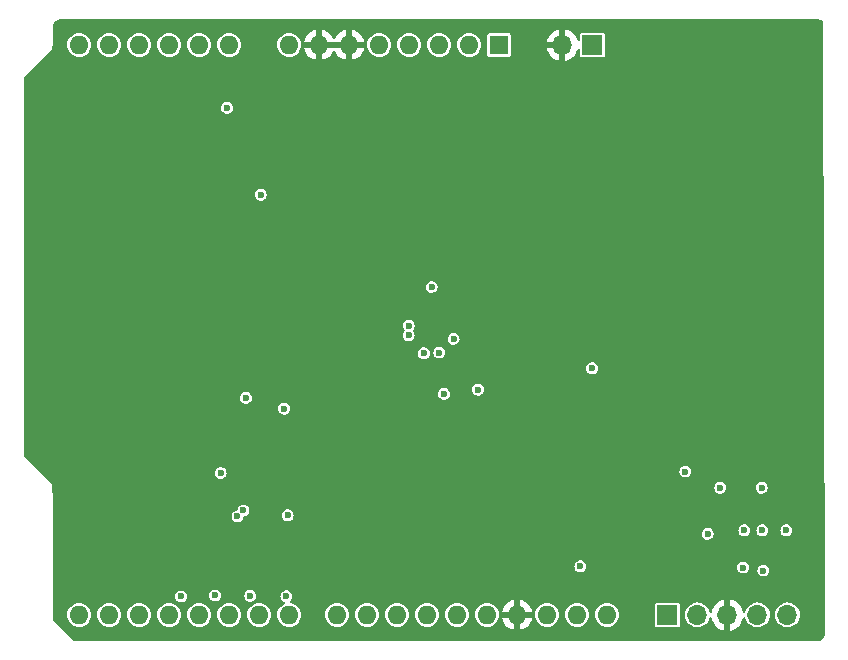
<source format=gbr>
%TF.GenerationSoftware,KiCad,Pcbnew,8.0.6*%
%TF.CreationDate,2025-07-28T17:23:45+02:00*%
%TF.ProjectId,PhaseLoom,50686173-654c-46f6-9f6d-2e6b69636164,rev?*%
%TF.SameCoordinates,Original*%
%TF.FileFunction,Copper,L2,Inr*%
%TF.FilePolarity,Positive*%
%FSLAX46Y46*%
G04 Gerber Fmt 4.6, Leading zero omitted, Abs format (unit mm)*
G04 Created by KiCad (PCBNEW 8.0.6) date 2025-07-28 17:23:45*
%MOMM*%
%LPD*%
G01*
G04 APERTURE LIST*
%TA.AperFunction,ComponentPad*%
%ADD10R,1.700000X1.700000*%
%TD*%
%TA.AperFunction,ComponentPad*%
%ADD11O,1.700000X1.700000*%
%TD*%
%TA.AperFunction,ComponentPad*%
%ADD12R,1.600000X1.600000*%
%TD*%
%TA.AperFunction,ComponentPad*%
%ADD13O,1.600000X1.600000*%
%TD*%
%TA.AperFunction,ViaPad*%
%ADD14C,0.600000*%
%TD*%
G04 APERTURE END LIST*
D10*
%TO.N,/SDA_5V*%
%TO.C,J2*%
X177800000Y-137414000D03*
D11*
%TO.N,/SCL_5V*%
X180340000Y-137414000D03*
%TO.N,GND*%
X182879999Y-137414000D03*
%TO.N,+3V3*%
X185420000Y-137414000D03*
%TO.N,+5V*%
X187960000Y-137414000D03*
%TD*%
D10*
%TO.N,+3V3*%
%TO.C,J1*%
X171450000Y-89154000D03*
D11*
%TO.N,GND*%
X168910000Y-89154000D03*
%TD*%
D12*
%TO.N,unconnected-(A1-NC-Pad1)*%
%TO.C,A1*%
X163550600Y-89154000D03*
D13*
%TO.N,unconnected-(A1-IOREF-Pad2)*%
X161010600Y-89154000D03*
%TO.N,unconnected-(A1-~{RESET}-Pad3)*%
X158470601Y-89154000D03*
%TO.N,unconnected-(A1-3V3-Pad4)*%
X155930600Y-89154000D03*
%TO.N,+5V*%
X153390600Y-89154000D03*
%TO.N,GND*%
X150850600Y-89154000D03*
X148310600Y-89154000D03*
%TO.N,unconnected-(A1-VIN-Pad8)*%
X145770599Y-89154000D03*
%TO.N,unconnected-(A1-A0-Pad9)*%
X140690600Y-89154000D03*
%TO.N,unconnected-(A1-A1-Pad10)*%
X138150600Y-89154000D03*
%TO.N,unconnected-(A1-A2-Pad11)*%
X135610601Y-89154000D03*
%TO.N,unconnected-(A1-A3-Pad12)*%
X133070600Y-89154000D03*
%TO.N,unconnected-(A1-SDA{slash}A4-Pad13)*%
X130530600Y-89154000D03*
%TO.N,unconnected-(A1-SCL{slash}A5-Pad14)*%
X127990600Y-89154000D03*
%TO.N,unconnected-(A1-D0{slash}RX-Pad15)*%
X127990600Y-137414000D03*
%TO.N,unconnected-(A1-D1{slash}TX-Pad16)*%
X130530600Y-137414000D03*
%TO.N,unconnected-(A1-D2-Pad17)*%
X133070600Y-137414000D03*
%TO.N,unconnected-(A1-D3-Pad18)*%
X135610600Y-137414000D03*
%TO.N,USRLED1*%
X138150600Y-137414000D03*
%TO.N,USRLED2*%
X140690600Y-137414000D03*
%TO.N,USRLED3*%
X143230600Y-137414000D03*
%TO.N,USRLED4*%
X145770600Y-137414000D03*
%TO.N,USR5*%
X149830600Y-137414000D03*
%TO.N,USR4*%
X152370600Y-137414000D03*
%TO.N,USR3*%
X154910600Y-137414000D03*
%TO.N,USR2*%
X157450600Y-137414000D03*
%TO.N,USR1*%
X159990600Y-137414000D03*
%TO.N,USRLED5*%
X162530600Y-137414000D03*
%TO.N,GND*%
X165070600Y-137414000D03*
%TO.N,unconnected-(A1-AREF-Pad30)*%
X167610600Y-137414000D03*
%TO.N,/SDA_5V*%
X170150600Y-137414000D03*
%TO.N,/SCL_5V*%
X172690600Y-137414000D03*
%TD*%
D14*
%TO.N,GND*%
X175387000Y-101447600D03*
X182854600Y-109118400D03*
X159715200Y-111379000D03*
X157276800Y-112217200D03*
X167792400Y-113766600D03*
X165176200Y-113766600D03*
X168325800Y-109194600D03*
X165125400Y-109194600D03*
X154965400Y-109220000D03*
X149834600Y-106705400D03*
X152349200Y-106730800D03*
X156006800Y-120523000D03*
X157556200Y-121894600D03*
X159994600Y-121894600D03*
X162534600Y-121970800D03*
X165074600Y-121970800D03*
X162509200Y-119405400D03*
X167614600Y-121945400D03*
X170180000Y-121945400D03*
X172720000Y-121945400D03*
X175158400Y-121920000D03*
X177800000Y-121920000D03*
X162585400Y-106654600D03*
X160045400Y-106730800D03*
X157454600Y-106730800D03*
X154940000Y-106730800D03*
X154940000Y-104063800D03*
X172542200Y-111810800D03*
X172542200Y-109118400D03*
X175209200Y-109118400D03*
X175209200Y-111810800D03*
X137160000Y-91287600D03*
X139700000Y-93802200D03*
X132029200Y-91287600D03*
X134569200Y-93802200D03*
X139700000Y-91313000D03*
X137160000Y-93802200D03*
X134569200Y-91313000D03*
X132029200Y-93802200D03*
X170256200Y-96494600D03*
X150215600Y-121437400D03*
X150215600Y-118592600D03*
X182880000Y-99034600D03*
X185420000Y-104114600D03*
X182880000Y-104089200D03*
X185420000Y-106654600D03*
X182880000Y-106629200D03*
X180340000Y-104089200D03*
X190500000Y-96545400D03*
X182880000Y-96520000D03*
X185420000Y-96520000D03*
X187960000Y-96545400D03*
X190500000Y-88925400D03*
X185420000Y-88900000D03*
X182880000Y-88874600D03*
X180340000Y-88900000D03*
X187960000Y-88900000D03*
X187960000Y-94005400D03*
X190500000Y-91516200D03*
X190500000Y-94005400D03*
X187960000Y-91490800D03*
X167640000Y-93929200D03*
X132029200Y-134620000D03*
X134620000Y-124460000D03*
X134620000Y-127050800D03*
X132003800Y-129616200D03*
X157480000Y-104063800D03*
X129565400Y-119329200D03*
X132003800Y-121920000D03*
X129514600Y-114300000D03*
X126974600Y-114300000D03*
X124358400Y-114300000D03*
X134620000Y-121920000D03*
X132003800Y-124536200D03*
X132003800Y-127050800D03*
X132003800Y-119329200D03*
X132029200Y-114300000D03*
X132003800Y-116814600D03*
X134645400Y-114300000D03*
X137185400Y-114300000D03*
X134645400Y-111785400D03*
X137185400Y-111810800D03*
X134620000Y-116814600D03*
X137160000Y-119329200D03*
X137160000Y-116840000D03*
X134620000Y-119329200D03*
X157429200Y-91414600D03*
X159969200Y-93929200D03*
X159969200Y-91440000D03*
X157429200Y-93929200D03*
X165100000Y-91440000D03*
X162560000Y-93929200D03*
X162560000Y-91414600D03*
X165100000Y-93929200D03*
X162585400Y-104140000D03*
X167640000Y-104063800D03*
X167614600Y-101447600D03*
X165201600Y-104063800D03*
X185496200Y-116890800D03*
X182956200Y-116865400D03*
X182956200Y-119380000D03*
X185496200Y-119380000D03*
X177800000Y-119405400D03*
X180340000Y-119405400D03*
X180340000Y-116916200D03*
X175209200Y-116814600D03*
X175209200Y-114325400D03*
X180365400Y-111836200D03*
X177825400Y-111810800D03*
X177825400Y-114325400D03*
X180365400Y-106629200D03*
X177825400Y-109118400D03*
X177825400Y-106603800D03*
X180365400Y-109118400D03*
X175183800Y-91389200D03*
X175183800Y-93878400D03*
X172643800Y-93878400D03*
X172770800Y-98958400D03*
X170230800Y-101447600D03*
X170230800Y-98933000D03*
X172770800Y-101447600D03*
X177800000Y-99060000D03*
X180340000Y-96570800D03*
X180340000Y-99060000D03*
X177800000Y-96545400D03*
X185420000Y-93980000D03*
X182880000Y-91465400D03*
X185420000Y-91490800D03*
X182880000Y-93980000D03*
X177800000Y-93980000D03*
X180340000Y-93980000D03*
X180340000Y-91490800D03*
X177800000Y-91465400D03*
X159664400Y-115747800D03*
%TO.N,/Q-*%
X155879800Y-113741200D03*
X161747200Y-118338600D03*
%TO.N,/Q+*%
X155885000Y-112928402D03*
X159689800Y-114046000D03*
%TO.N,+5V*%
X185775600Y-126644400D03*
X182270400Y-126644400D03*
%TO.N,GND*%
X137184471Y-109498471D03*
X154990800Y-126796800D03*
X173786800Y-121107200D03*
X149758400Y-126796800D03*
X176530000Y-126796800D03*
X140181671Y-102894471D03*
X143412630Y-115726630D03*
X128981457Y-101295457D03*
X132080000Y-108839000D03*
X146710401Y-116484400D03*
X161340800Y-126796800D03*
X138477628Y-110791628D03*
X143306800Y-106019600D03*
X160477200Y-126796800D03*
X128016000Y-105714800D03*
X184249485Y-123750915D03*
X142085485Y-104798285D03*
X139571013Y-102283813D03*
X130505200Y-93980000D03*
X157784800Y-126796800D03*
X128320800Y-117297200D03*
X180187600Y-126796800D03*
X130274613Y-102588613D03*
X136296144Y-99008944D03*
X136979903Y-127359400D03*
X135721407Y-98434207D03*
X142766052Y-115080052D03*
X128016000Y-93980000D03*
X175666400Y-126796800D03*
X170383200Y-126796800D03*
X182345671Y-125654729D03*
X144119600Y-116484400D03*
X135891314Y-108205314D03*
X142113000Y-129667000D03*
X133817593Y-96530393D03*
X145084800Y-125425200D03*
X187352515Y-120647885D03*
X137866970Y-110180970D03*
X166878000Y-131216400D03*
X186741858Y-121258542D03*
X139663022Y-111977022D03*
X174802800Y-126796800D03*
X173990000Y-126796800D03*
X135110750Y-97823550D03*
X188316600Y-134075799D03*
X145084800Y-123240800D03*
X139088285Y-111402285D03*
X131913779Y-94626579D03*
X186486800Y-104952800D03*
X145897600Y-116484400D03*
X174599600Y-131216400D03*
X140309600Y-112623600D03*
X148488400Y-116484400D03*
X146100800Y-125425200D03*
X133206935Y-95919735D03*
X164134800Y-126796800D03*
X158496000Y-111861600D03*
X152400000Y-126796800D03*
X190449200Y-117652800D03*
X154127200Y-126796800D03*
X185470800Y-122529600D03*
X147456463Y-110220063D03*
X141474828Y-104187628D03*
X136573813Y-108887813D03*
X148793200Y-126796800D03*
X130885271Y-103199271D03*
X148031200Y-110794800D03*
X142660222Y-105373022D03*
X150215600Y-116484400D03*
X131267200Y-93980000D03*
X144946222Y-107709822D03*
X133363822Y-105677822D03*
X132524436Y-95237236D03*
X140766800Y-124155200D03*
X142951200Y-125374400D03*
X137631278Y-100344078D03*
X187927252Y-120073148D03*
X128727200Y-93980000D03*
X163169600Y-126796800D03*
X158648400Y-126796800D03*
X166776400Y-126796800D03*
X145592800Y-108356400D03*
X177495200Y-126796800D03*
X128334878Y-100648878D03*
X150622000Y-126796800D03*
X153568400Y-120548400D03*
X189227885Y-118874115D03*
X156921200Y-126796800D03*
X150000000Y-92600000D03*
X134500092Y-97212892D03*
X181102000Y-126796800D03*
X128219200Y-111353600D03*
X183638828Y-124361572D03*
X134634078Y-106948078D03*
X173075600Y-126796800D03*
X186588400Y-99314000D03*
X135280657Y-107594657D03*
X154678252Y-113657252D03*
X136942722Y-99655522D03*
X151485600Y-126796800D03*
X149834600Y-104114600D03*
X165862000Y-126796800D03*
X149301201Y-116484400D03*
X140766800Y-123088400D03*
X132178428Y-104492428D03*
X188573830Y-119426570D03*
X173736000Y-104495600D03*
X132789085Y-105103085D03*
X186131200Y-121869200D03*
X129641601Y-93980000D03*
X142191315Y-114505315D03*
X145034000Y-116484400D03*
X167690800Y-126796800D03*
X146964400Y-126796800D03*
X138582400Y-130810000D03*
X155956000Y-126796800D03*
X179324000Y-126796800D03*
X138277857Y-100990657D03*
X147624800Y-116484400D03*
X131567770Y-103881770D03*
X184824222Y-123176178D03*
X162204400Y-126796800D03*
X145300000Y-93400000D03*
X142951200Y-123190000D03*
X146167537Y-108931137D03*
X183028170Y-124972230D03*
X169418000Y-126796800D03*
X128270000Y-123139200D03*
X189802622Y-118299378D03*
X146100800Y-126796800D03*
X146809885Y-109573485D03*
X168554400Y-126796800D03*
X164998400Y-126796800D03*
X140970000Y-113284000D03*
X186436000Y-116179600D03*
X153263600Y-126796800D03*
X140864170Y-103576970D03*
X147828000Y-126796800D03*
X178358800Y-126796800D03*
X134820903Y-125454399D03*
X138888514Y-101601314D03*
X141580658Y-113894658D03*
X134010400Y-106324400D03*
X148700000Y-115600000D03*
X140766800Y-125272800D03*
X142951200Y-124256800D03*
X140766800Y-130810000D03*
X186385200Y-110591600D03*
X127508000Y-100076000D03*
X159562800Y-126796800D03*
X129592114Y-101906114D03*
%TO.N,/SDA_5V*%
X184200800Y-133400800D03*
%TO.N,/SCL_5V*%
X185928000Y-133654800D03*
%TO.N,USRLED5*%
X170434000Y-133299200D03*
%TO.N,+3V3*%
X145643602Y-128981200D03*
X142476400Y-135802193D03*
X139502651Y-135763321D03*
X139973901Y-125394400D03*
X143359888Y-101830888D03*
X136625417Y-135847795D03*
X179324000Y-125272800D03*
X187868600Y-130255799D03*
X171424600Y-116535200D03*
X184312600Y-130255799D03*
X158900000Y-118700000D03*
X145541988Y-135839200D03*
X140512800Y-94488000D03*
X158484982Y-115200000D03*
%TO.N,/CLK1*%
X142113439Y-119035718D03*
X157835600Y-109651800D03*
%TO.N,/CLK0*%
X157175200Y-115265200D03*
X145338796Y-119951800D03*
%TO.N,Net-(Q1-S)*%
X185836600Y-130255799D03*
X141904403Y-128569400D03*
%TO.N,Net-(Q2-S)*%
X181203600Y-130556000D03*
X141396403Y-129077400D03*
%TD*%
%TA.AperFunction,Conductor*%
%TO.N,GND*%
G36*
X150384675Y-88961007D02*
G01*
X150350600Y-89088174D01*
X150350600Y-89219826D01*
X150384675Y-89346993D01*
X150417588Y-89404000D01*
X148743612Y-89404000D01*
X148776525Y-89346993D01*
X148810600Y-89219826D01*
X148810600Y-89088174D01*
X148776525Y-88961007D01*
X148743612Y-88904000D01*
X150417588Y-88904000D01*
X150384675Y-88961007D01*
G37*
%TD.AperFunction*%
%TA.AperFunction,Conductor*%
G36*
X190605512Y-87001121D02*
G01*
X190700073Y-87011775D01*
X190721669Y-87016705D01*
X190806202Y-87046283D01*
X190826168Y-87055899D01*
X190864079Y-87079720D01*
X190901987Y-87103540D01*
X190919319Y-87117361D01*
X190971646Y-87169688D01*
X190999423Y-87224205D01*
X191000642Y-87239504D01*
X191098863Y-139099905D01*
X191098240Y-139111178D01*
X191088225Y-139200061D01*
X191083293Y-139221673D01*
X191053718Y-139306196D01*
X191044098Y-139326171D01*
X190996459Y-139401987D01*
X190982638Y-139419319D01*
X190919319Y-139482638D01*
X190901987Y-139496459D01*
X190826171Y-139544098D01*
X190806196Y-139553718D01*
X190721673Y-139583293D01*
X190700061Y-139588225D01*
X190605529Y-139598877D01*
X190594444Y-139599500D01*
X127575508Y-139599500D01*
X127517317Y-139580593D01*
X127505504Y-139570504D01*
X125829496Y-137894496D01*
X125801719Y-137839979D01*
X125800500Y-137824492D01*
X125800500Y-137413996D01*
X126985259Y-137413996D01*
X126985259Y-137414003D01*
X127004574Y-137610126D01*
X127004575Y-137610129D01*
X127061787Y-137798730D01*
X127061788Y-137798732D01*
X127123401Y-137914000D01*
X127154690Y-137972538D01*
X127154692Y-137972540D01*
X127154693Y-137972542D01*
X127279712Y-138124878D01*
X127279721Y-138124887D01*
X127432057Y-138249906D01*
X127432062Y-138249910D01*
X127564953Y-138320942D01*
X127604774Y-138342227D01*
X127605873Y-138342814D01*
X127794468Y-138400024D01*
X127794470Y-138400024D01*
X127794473Y-138400025D01*
X127990597Y-138419341D01*
X127990600Y-138419341D01*
X127990603Y-138419341D01*
X128186726Y-138400025D01*
X128186727Y-138400024D01*
X128186732Y-138400024D01*
X128375327Y-138342814D01*
X128549138Y-138249910D01*
X128701483Y-138124883D01*
X128826510Y-137972538D01*
X128919414Y-137798727D01*
X128976624Y-137610132D01*
X128976934Y-137606993D01*
X128995941Y-137414003D01*
X128995941Y-137413996D01*
X129525259Y-137413996D01*
X129525259Y-137414003D01*
X129544574Y-137610126D01*
X129544575Y-137610129D01*
X129601787Y-137798730D01*
X129601788Y-137798732D01*
X129663401Y-137914000D01*
X129694690Y-137972538D01*
X129694692Y-137972540D01*
X129694693Y-137972542D01*
X129819712Y-138124878D01*
X129819721Y-138124887D01*
X129972057Y-138249906D01*
X129972062Y-138249910D01*
X130104953Y-138320942D01*
X130144774Y-138342227D01*
X130145873Y-138342814D01*
X130334468Y-138400024D01*
X130334470Y-138400024D01*
X130334473Y-138400025D01*
X130530597Y-138419341D01*
X130530600Y-138419341D01*
X130530603Y-138419341D01*
X130726726Y-138400025D01*
X130726727Y-138400024D01*
X130726732Y-138400024D01*
X130915327Y-138342814D01*
X131089138Y-138249910D01*
X131241483Y-138124883D01*
X131366510Y-137972538D01*
X131459414Y-137798727D01*
X131516624Y-137610132D01*
X131516934Y-137606993D01*
X131535941Y-137414003D01*
X131535941Y-137413996D01*
X132065259Y-137413996D01*
X132065259Y-137414003D01*
X132084574Y-137610126D01*
X132084575Y-137610129D01*
X132141787Y-137798730D01*
X132141788Y-137798732D01*
X132203401Y-137914000D01*
X132234690Y-137972538D01*
X132234692Y-137972540D01*
X132234693Y-137972542D01*
X132359712Y-138124878D01*
X132359721Y-138124887D01*
X132512057Y-138249906D01*
X132512062Y-138249910D01*
X132644953Y-138320942D01*
X132684774Y-138342227D01*
X132685873Y-138342814D01*
X132874468Y-138400024D01*
X132874470Y-138400024D01*
X132874473Y-138400025D01*
X133070597Y-138419341D01*
X133070600Y-138419341D01*
X133070603Y-138419341D01*
X133266726Y-138400025D01*
X133266727Y-138400024D01*
X133266732Y-138400024D01*
X133455327Y-138342814D01*
X133629138Y-138249910D01*
X133781483Y-138124883D01*
X133906510Y-137972538D01*
X133999414Y-137798727D01*
X134056624Y-137610132D01*
X134056934Y-137606993D01*
X134075941Y-137414003D01*
X134075941Y-137413996D01*
X134605259Y-137413996D01*
X134605259Y-137414003D01*
X134624574Y-137610126D01*
X134624575Y-137610129D01*
X134681787Y-137798730D01*
X134681788Y-137798732D01*
X134743401Y-137914000D01*
X134774690Y-137972538D01*
X134774692Y-137972540D01*
X134774693Y-137972542D01*
X134899712Y-138124878D01*
X134899721Y-138124887D01*
X135052057Y-138249906D01*
X135052062Y-138249910D01*
X135184953Y-138320942D01*
X135224774Y-138342227D01*
X135225873Y-138342814D01*
X135414468Y-138400024D01*
X135414470Y-138400024D01*
X135414473Y-138400025D01*
X135610597Y-138419341D01*
X135610600Y-138419341D01*
X135610603Y-138419341D01*
X135806726Y-138400025D01*
X135806727Y-138400024D01*
X135806732Y-138400024D01*
X135995327Y-138342814D01*
X136169138Y-138249910D01*
X136321483Y-138124883D01*
X136446510Y-137972538D01*
X136539414Y-137798727D01*
X136596624Y-137610132D01*
X136596934Y-137606993D01*
X136615941Y-137414003D01*
X136615941Y-137413996D01*
X137145259Y-137413996D01*
X137145259Y-137414003D01*
X137164574Y-137610126D01*
X137164575Y-137610129D01*
X137221787Y-137798730D01*
X137221788Y-137798732D01*
X137283401Y-137914000D01*
X137314690Y-137972538D01*
X137314692Y-137972540D01*
X137314693Y-137972542D01*
X137439712Y-138124878D01*
X137439721Y-138124887D01*
X137592057Y-138249906D01*
X137592062Y-138249910D01*
X137724953Y-138320942D01*
X137764774Y-138342227D01*
X137765873Y-138342814D01*
X137954468Y-138400024D01*
X137954470Y-138400024D01*
X137954473Y-138400025D01*
X138150597Y-138419341D01*
X138150600Y-138419341D01*
X138150603Y-138419341D01*
X138346726Y-138400025D01*
X138346727Y-138400024D01*
X138346732Y-138400024D01*
X138535327Y-138342814D01*
X138709138Y-138249910D01*
X138861483Y-138124883D01*
X138986510Y-137972538D01*
X139079414Y-137798727D01*
X139136624Y-137610132D01*
X139136934Y-137606993D01*
X139155941Y-137414003D01*
X139155941Y-137413996D01*
X139685259Y-137413996D01*
X139685259Y-137414003D01*
X139704574Y-137610126D01*
X139704575Y-137610129D01*
X139761787Y-137798730D01*
X139761788Y-137798732D01*
X139823401Y-137914000D01*
X139854690Y-137972538D01*
X139854692Y-137972540D01*
X139854693Y-137972542D01*
X139979712Y-138124878D01*
X139979721Y-138124887D01*
X140132057Y-138249906D01*
X140132062Y-138249910D01*
X140264953Y-138320942D01*
X140304774Y-138342227D01*
X140305873Y-138342814D01*
X140494468Y-138400024D01*
X140494470Y-138400024D01*
X140494473Y-138400025D01*
X140690597Y-138419341D01*
X140690600Y-138419341D01*
X140690603Y-138419341D01*
X140886726Y-138400025D01*
X140886727Y-138400024D01*
X140886732Y-138400024D01*
X141075327Y-138342814D01*
X141249138Y-138249910D01*
X141401483Y-138124883D01*
X141526510Y-137972538D01*
X141619414Y-137798727D01*
X141676624Y-137610132D01*
X141676934Y-137606993D01*
X141695941Y-137414003D01*
X141695941Y-137413996D01*
X142225259Y-137413996D01*
X142225259Y-137414003D01*
X142244574Y-137610126D01*
X142244575Y-137610129D01*
X142301787Y-137798730D01*
X142301788Y-137798732D01*
X142363401Y-137914000D01*
X142394690Y-137972538D01*
X142394692Y-137972540D01*
X142394693Y-137972542D01*
X142519712Y-138124878D01*
X142519721Y-138124887D01*
X142672057Y-138249906D01*
X142672062Y-138249910D01*
X142804953Y-138320942D01*
X142844774Y-138342227D01*
X142845873Y-138342814D01*
X143034468Y-138400024D01*
X143034470Y-138400024D01*
X143034473Y-138400025D01*
X143230597Y-138419341D01*
X143230600Y-138419341D01*
X143230603Y-138419341D01*
X143426726Y-138400025D01*
X143426727Y-138400024D01*
X143426732Y-138400024D01*
X143615327Y-138342814D01*
X143789138Y-138249910D01*
X143941483Y-138124883D01*
X144066510Y-137972538D01*
X144159414Y-137798727D01*
X144216624Y-137610132D01*
X144216934Y-137606993D01*
X144235941Y-137414003D01*
X144235941Y-137413996D01*
X144765259Y-137413996D01*
X144765259Y-137414003D01*
X144784574Y-137610126D01*
X144784575Y-137610129D01*
X144841787Y-137798730D01*
X144841788Y-137798732D01*
X144903401Y-137914000D01*
X144934690Y-137972538D01*
X144934692Y-137972540D01*
X144934693Y-137972542D01*
X145059712Y-138124878D01*
X145059721Y-138124887D01*
X145212057Y-138249906D01*
X145212062Y-138249910D01*
X145344953Y-138320942D01*
X145384774Y-138342227D01*
X145385873Y-138342814D01*
X145574468Y-138400024D01*
X145574470Y-138400024D01*
X145574473Y-138400025D01*
X145770597Y-138419341D01*
X145770600Y-138419341D01*
X145770603Y-138419341D01*
X145966726Y-138400025D01*
X145966727Y-138400024D01*
X145966732Y-138400024D01*
X146155327Y-138342814D01*
X146329138Y-138249910D01*
X146481483Y-138124883D01*
X146606510Y-137972538D01*
X146699414Y-137798727D01*
X146756624Y-137610132D01*
X146756934Y-137606993D01*
X146775941Y-137414003D01*
X146775941Y-137413996D01*
X148825259Y-137413996D01*
X148825259Y-137414003D01*
X148844574Y-137610126D01*
X148844575Y-137610129D01*
X148901787Y-137798730D01*
X148901788Y-137798732D01*
X148963401Y-137914000D01*
X148994690Y-137972538D01*
X148994692Y-137972540D01*
X148994693Y-137972542D01*
X149119712Y-138124878D01*
X149119721Y-138124887D01*
X149272057Y-138249906D01*
X149272062Y-138249910D01*
X149404953Y-138320942D01*
X149444774Y-138342227D01*
X149445873Y-138342814D01*
X149634468Y-138400024D01*
X149634470Y-138400024D01*
X149634473Y-138400025D01*
X149830597Y-138419341D01*
X149830600Y-138419341D01*
X149830603Y-138419341D01*
X150026726Y-138400025D01*
X150026727Y-138400024D01*
X150026732Y-138400024D01*
X150215327Y-138342814D01*
X150389138Y-138249910D01*
X150541483Y-138124883D01*
X150666510Y-137972538D01*
X150759414Y-137798727D01*
X150816624Y-137610132D01*
X150816934Y-137606993D01*
X150835941Y-137414003D01*
X150835941Y-137413996D01*
X151365259Y-137413996D01*
X151365259Y-137414003D01*
X151384574Y-137610126D01*
X151384575Y-137610129D01*
X151441787Y-137798730D01*
X151441788Y-137798732D01*
X151503401Y-137914000D01*
X151534690Y-137972538D01*
X151534692Y-137972540D01*
X151534693Y-137972542D01*
X151659712Y-138124878D01*
X151659721Y-138124887D01*
X151812057Y-138249906D01*
X151812062Y-138249910D01*
X151944953Y-138320942D01*
X151984774Y-138342227D01*
X151985873Y-138342814D01*
X152174468Y-138400024D01*
X152174470Y-138400024D01*
X152174473Y-138400025D01*
X152370597Y-138419341D01*
X152370600Y-138419341D01*
X152370603Y-138419341D01*
X152566726Y-138400025D01*
X152566727Y-138400024D01*
X152566732Y-138400024D01*
X152755327Y-138342814D01*
X152929138Y-138249910D01*
X153081483Y-138124883D01*
X153206510Y-137972538D01*
X153299414Y-137798727D01*
X153356624Y-137610132D01*
X153356934Y-137606993D01*
X153375941Y-137414003D01*
X153375941Y-137413996D01*
X153905259Y-137413996D01*
X153905259Y-137414003D01*
X153924574Y-137610126D01*
X153924575Y-137610129D01*
X153981787Y-137798730D01*
X153981788Y-137798732D01*
X154043401Y-137914000D01*
X154074690Y-137972538D01*
X154074692Y-137972540D01*
X154074693Y-137972542D01*
X154199712Y-138124878D01*
X154199721Y-138124887D01*
X154352057Y-138249906D01*
X154352062Y-138249910D01*
X154484953Y-138320942D01*
X154524774Y-138342227D01*
X154525873Y-138342814D01*
X154714468Y-138400024D01*
X154714470Y-138400024D01*
X154714473Y-138400025D01*
X154910597Y-138419341D01*
X154910600Y-138419341D01*
X154910603Y-138419341D01*
X155106726Y-138400025D01*
X155106727Y-138400024D01*
X155106732Y-138400024D01*
X155295327Y-138342814D01*
X155469138Y-138249910D01*
X155621483Y-138124883D01*
X155746510Y-137972538D01*
X155839414Y-137798727D01*
X155896624Y-137610132D01*
X155896934Y-137606993D01*
X155915941Y-137414003D01*
X155915941Y-137413996D01*
X156445259Y-137413996D01*
X156445259Y-137414003D01*
X156464574Y-137610126D01*
X156464575Y-137610129D01*
X156521787Y-137798730D01*
X156521788Y-137798732D01*
X156583401Y-137914000D01*
X156614690Y-137972538D01*
X156614692Y-137972540D01*
X156614693Y-137972542D01*
X156739712Y-138124878D01*
X156739721Y-138124887D01*
X156892057Y-138249906D01*
X156892062Y-138249910D01*
X157024953Y-138320942D01*
X157064774Y-138342227D01*
X157065873Y-138342814D01*
X157254468Y-138400024D01*
X157254470Y-138400024D01*
X157254473Y-138400025D01*
X157450597Y-138419341D01*
X157450600Y-138419341D01*
X157450603Y-138419341D01*
X157646726Y-138400025D01*
X157646727Y-138400024D01*
X157646732Y-138400024D01*
X157835327Y-138342814D01*
X158009138Y-138249910D01*
X158161483Y-138124883D01*
X158286510Y-137972538D01*
X158379414Y-137798727D01*
X158436624Y-137610132D01*
X158436934Y-137606993D01*
X158455941Y-137414003D01*
X158455941Y-137413996D01*
X158985259Y-137413996D01*
X158985259Y-137414003D01*
X159004574Y-137610126D01*
X159004575Y-137610129D01*
X159061787Y-137798730D01*
X159061788Y-137798732D01*
X159123401Y-137914000D01*
X159154690Y-137972538D01*
X159154692Y-137972540D01*
X159154693Y-137972542D01*
X159279712Y-138124878D01*
X159279721Y-138124887D01*
X159432057Y-138249906D01*
X159432062Y-138249910D01*
X159564953Y-138320942D01*
X159604774Y-138342227D01*
X159605873Y-138342814D01*
X159794468Y-138400024D01*
X159794470Y-138400024D01*
X159794473Y-138400025D01*
X159990597Y-138419341D01*
X159990600Y-138419341D01*
X159990603Y-138419341D01*
X160186726Y-138400025D01*
X160186727Y-138400024D01*
X160186732Y-138400024D01*
X160375327Y-138342814D01*
X160549138Y-138249910D01*
X160701483Y-138124883D01*
X160826510Y-137972538D01*
X160919414Y-137798727D01*
X160976624Y-137610132D01*
X160976934Y-137606993D01*
X160995941Y-137414003D01*
X160995941Y-137413996D01*
X161525259Y-137413996D01*
X161525259Y-137414003D01*
X161544574Y-137610126D01*
X161544575Y-137610129D01*
X161601787Y-137798730D01*
X161601788Y-137798732D01*
X161663401Y-137914000D01*
X161694690Y-137972538D01*
X161694692Y-137972540D01*
X161694693Y-137972542D01*
X161819712Y-138124878D01*
X161819721Y-138124887D01*
X161972057Y-138249906D01*
X161972062Y-138249910D01*
X162104953Y-138320942D01*
X162144774Y-138342227D01*
X162145873Y-138342814D01*
X162334468Y-138400024D01*
X162334470Y-138400024D01*
X162334473Y-138400025D01*
X162530597Y-138419341D01*
X162530600Y-138419341D01*
X162530603Y-138419341D01*
X162726726Y-138400025D01*
X162726727Y-138400024D01*
X162726732Y-138400024D01*
X162915327Y-138342814D01*
X163089138Y-138249910D01*
X163241483Y-138124883D01*
X163366510Y-137972538D01*
X163459414Y-137798727D01*
X163516624Y-137610132D01*
X163516934Y-137606993D01*
X163535941Y-137414003D01*
X163535941Y-137413996D01*
X163516625Y-137217873D01*
X163516624Y-137217870D01*
X163516624Y-137217868D01*
X163500283Y-137164000D01*
X163791728Y-137164000D01*
X164637588Y-137164000D01*
X164604675Y-137221007D01*
X164570600Y-137348174D01*
X164570600Y-137479826D01*
X164604675Y-137606993D01*
X164637588Y-137664000D01*
X163791728Y-137664000D01*
X163844333Y-137860323D01*
X163940465Y-138066481D01*
X164070934Y-138252811D01*
X164231788Y-138413665D01*
X164418118Y-138544134D01*
X164624276Y-138640266D01*
X164820600Y-138692872D01*
X164820600Y-137847012D01*
X164877607Y-137879925D01*
X165004774Y-137914000D01*
X165136426Y-137914000D01*
X165263593Y-137879925D01*
X165320600Y-137847012D01*
X165320600Y-138692871D01*
X165516923Y-138640266D01*
X165723081Y-138544134D01*
X165909411Y-138413665D01*
X166070265Y-138252811D01*
X166200734Y-138066481D01*
X166296866Y-137860323D01*
X166349472Y-137664000D01*
X165503612Y-137664000D01*
X165536525Y-137606993D01*
X165570600Y-137479826D01*
X165570600Y-137413996D01*
X166605259Y-137413996D01*
X166605259Y-137414003D01*
X166624574Y-137610126D01*
X166624575Y-137610129D01*
X166681787Y-137798730D01*
X166681788Y-137798732D01*
X166743401Y-137914000D01*
X166774690Y-137972538D01*
X166774692Y-137972540D01*
X166774693Y-137972542D01*
X166899712Y-138124878D01*
X166899721Y-138124887D01*
X167052057Y-138249906D01*
X167052062Y-138249910D01*
X167184953Y-138320942D01*
X167224774Y-138342227D01*
X167225873Y-138342814D01*
X167414468Y-138400024D01*
X167414470Y-138400024D01*
X167414473Y-138400025D01*
X167610597Y-138419341D01*
X167610600Y-138419341D01*
X167610603Y-138419341D01*
X167806726Y-138400025D01*
X167806727Y-138400024D01*
X167806732Y-138400024D01*
X167995327Y-138342814D01*
X168169138Y-138249910D01*
X168321483Y-138124883D01*
X168446510Y-137972538D01*
X168539414Y-137798727D01*
X168596624Y-137610132D01*
X168596934Y-137606993D01*
X168615941Y-137414003D01*
X168615941Y-137413996D01*
X169145259Y-137413996D01*
X169145259Y-137414003D01*
X169164574Y-137610126D01*
X169164575Y-137610129D01*
X169221787Y-137798730D01*
X169221788Y-137798732D01*
X169283401Y-137914000D01*
X169314690Y-137972538D01*
X169314692Y-137972540D01*
X169314693Y-137972542D01*
X169439712Y-138124878D01*
X169439721Y-138124887D01*
X169592057Y-138249906D01*
X169592062Y-138249910D01*
X169724953Y-138320942D01*
X169764774Y-138342227D01*
X169765873Y-138342814D01*
X169954468Y-138400024D01*
X169954470Y-138400024D01*
X169954473Y-138400025D01*
X170150597Y-138419341D01*
X170150600Y-138419341D01*
X170150603Y-138419341D01*
X170346726Y-138400025D01*
X170346727Y-138400024D01*
X170346732Y-138400024D01*
X170535327Y-138342814D01*
X170709138Y-138249910D01*
X170861483Y-138124883D01*
X170986510Y-137972538D01*
X171079414Y-137798727D01*
X171136624Y-137610132D01*
X171136934Y-137606993D01*
X171155941Y-137414003D01*
X171155941Y-137413996D01*
X171685259Y-137413996D01*
X171685259Y-137414003D01*
X171704574Y-137610126D01*
X171704575Y-137610129D01*
X171761787Y-137798730D01*
X171761788Y-137798732D01*
X171823401Y-137914000D01*
X171854690Y-137972538D01*
X171854692Y-137972540D01*
X171854693Y-137972542D01*
X171979712Y-138124878D01*
X171979721Y-138124887D01*
X172132057Y-138249906D01*
X172132062Y-138249910D01*
X172264953Y-138320942D01*
X172304774Y-138342227D01*
X172305873Y-138342814D01*
X172494468Y-138400024D01*
X172494470Y-138400024D01*
X172494473Y-138400025D01*
X172690597Y-138419341D01*
X172690600Y-138419341D01*
X172690603Y-138419341D01*
X172886726Y-138400025D01*
X172886727Y-138400024D01*
X172886732Y-138400024D01*
X173075327Y-138342814D01*
X173249138Y-138249910D01*
X173401483Y-138124883D01*
X173526510Y-137972538D01*
X173619414Y-137798727D01*
X173676624Y-137610132D01*
X173676934Y-137606993D01*
X173695941Y-137414003D01*
X173695941Y-137413996D01*
X173676625Y-137217873D01*
X173676624Y-137217870D01*
X173676624Y-137217868D01*
X173619414Y-137029273D01*
X173611197Y-137013901D01*
X173586490Y-136967676D01*
X173526510Y-136855462D01*
X173449412Y-136761518D01*
X173401487Y-136703121D01*
X173401478Y-136703112D01*
X173249142Y-136578093D01*
X173249140Y-136578092D01*
X173249138Y-136578090D01*
X173208218Y-136556218D01*
X173185833Y-136544253D01*
X176749500Y-136544253D01*
X176749500Y-138283746D01*
X176749501Y-138283758D01*
X176761132Y-138342227D01*
X176761134Y-138342233D01*
X176799750Y-138400025D01*
X176805448Y-138408552D01*
X176871769Y-138452867D01*
X176916231Y-138461711D01*
X176930241Y-138464498D01*
X176930246Y-138464498D01*
X176930252Y-138464500D01*
X176930253Y-138464500D01*
X178669747Y-138464500D01*
X178669748Y-138464500D01*
X178728231Y-138452867D01*
X178794552Y-138408552D01*
X178838867Y-138342231D01*
X178850500Y-138283748D01*
X178850500Y-137413996D01*
X179284417Y-137413996D01*
X179284417Y-137414003D01*
X179304698Y-137619929D01*
X179304699Y-137619934D01*
X179364768Y-137817954D01*
X179462316Y-138000452D01*
X179564430Y-138124878D01*
X179593590Y-138160410D01*
X179593595Y-138160414D01*
X179753547Y-138291683D01*
X179753548Y-138291683D01*
X179753550Y-138291685D01*
X179936046Y-138389232D01*
X180073997Y-138431078D01*
X180134065Y-138449300D01*
X180134070Y-138449301D01*
X180339997Y-138469583D01*
X180340000Y-138469583D01*
X180340003Y-138469583D01*
X180545929Y-138449301D01*
X180545934Y-138449300D01*
X180743954Y-138389232D01*
X180926450Y-138291685D01*
X181086410Y-138160410D01*
X181217685Y-138000450D01*
X181315232Y-137817954D01*
X181360819Y-137667671D01*
X181395802Y-137617477D01*
X181453611Y-137597430D01*
X181512162Y-137615191D01*
X181549091Y-137663975D01*
X181551182Y-137670788D01*
X181606568Y-137877489D01*
X181706398Y-138091577D01*
X181841885Y-138285073D01*
X182008925Y-138452113D01*
X182202421Y-138587600D01*
X182416508Y-138687430D01*
X182629999Y-138744634D01*
X182629999Y-137847012D01*
X182687006Y-137879925D01*
X182814173Y-137914000D01*
X182945825Y-137914000D01*
X183072992Y-137879925D01*
X183129999Y-137847012D01*
X183129999Y-138744633D01*
X183343489Y-138687430D01*
X183557576Y-138587600D01*
X183751072Y-138452113D01*
X183918112Y-138285073D01*
X184053599Y-138091577D01*
X184153429Y-137877490D01*
X184208816Y-137670784D01*
X184242140Y-137619470D01*
X184299261Y-137597543D01*
X184358362Y-137613378D01*
X184396867Y-137660928D01*
X184399180Y-137667669D01*
X184444768Y-137817954D01*
X184542316Y-138000452D01*
X184644430Y-138124878D01*
X184673590Y-138160410D01*
X184673595Y-138160414D01*
X184833547Y-138291683D01*
X184833548Y-138291683D01*
X184833550Y-138291685D01*
X185016046Y-138389232D01*
X185153997Y-138431078D01*
X185214065Y-138449300D01*
X185214070Y-138449301D01*
X185419997Y-138469583D01*
X185420000Y-138469583D01*
X185420003Y-138469583D01*
X185625929Y-138449301D01*
X185625934Y-138449300D01*
X185823954Y-138389232D01*
X186006450Y-138291685D01*
X186166410Y-138160410D01*
X186297685Y-138000450D01*
X186395232Y-137817954D01*
X186455300Y-137619934D01*
X186455301Y-137619929D01*
X186475583Y-137414003D01*
X186475583Y-137413996D01*
X186904417Y-137413996D01*
X186904417Y-137414003D01*
X186924698Y-137619929D01*
X186924699Y-137619934D01*
X186984768Y-137817954D01*
X187082316Y-138000452D01*
X187184430Y-138124878D01*
X187213590Y-138160410D01*
X187213595Y-138160414D01*
X187373547Y-138291683D01*
X187373548Y-138291683D01*
X187373550Y-138291685D01*
X187556046Y-138389232D01*
X187693997Y-138431078D01*
X187754065Y-138449300D01*
X187754070Y-138449301D01*
X187959997Y-138469583D01*
X187960000Y-138469583D01*
X187960003Y-138469583D01*
X188165929Y-138449301D01*
X188165934Y-138449300D01*
X188363954Y-138389232D01*
X188546450Y-138291685D01*
X188706410Y-138160410D01*
X188837685Y-138000450D01*
X188935232Y-137817954D01*
X188995300Y-137619934D01*
X188995301Y-137619929D01*
X189015583Y-137414003D01*
X189015583Y-137413996D01*
X188995301Y-137208070D01*
X188995300Y-137208065D01*
X188941063Y-137029269D01*
X188935232Y-137010046D01*
X188837685Y-136827550D01*
X188706410Y-136667590D01*
X188706404Y-136667585D01*
X188546452Y-136536316D01*
X188363954Y-136438768D01*
X188165934Y-136378699D01*
X188165929Y-136378698D01*
X187960003Y-136358417D01*
X187959997Y-136358417D01*
X187754070Y-136378698D01*
X187754065Y-136378699D01*
X187556045Y-136438768D01*
X187373547Y-136536316D01*
X187213595Y-136667585D01*
X187213585Y-136667595D01*
X187082316Y-136827547D01*
X186984768Y-137010045D01*
X186924699Y-137208065D01*
X186924698Y-137208070D01*
X186904417Y-137413996D01*
X186475583Y-137413996D01*
X186455301Y-137208070D01*
X186455300Y-137208065D01*
X186401063Y-137029269D01*
X186395232Y-137010046D01*
X186297685Y-136827550D01*
X186166410Y-136667590D01*
X186166404Y-136667585D01*
X186006452Y-136536316D01*
X185823954Y-136438768D01*
X185625934Y-136378699D01*
X185625929Y-136378698D01*
X185420003Y-136358417D01*
X185419997Y-136358417D01*
X185214070Y-136378698D01*
X185214065Y-136378699D01*
X185016045Y-136438768D01*
X184833547Y-136536316D01*
X184673595Y-136667585D01*
X184673585Y-136667595D01*
X184542316Y-136827547D01*
X184444768Y-137010045D01*
X184399180Y-137160330D01*
X184364195Y-137210527D01*
X184306387Y-137230573D01*
X184247836Y-137212812D01*
X184210907Y-137164027D01*
X184208816Y-137157215D01*
X184153428Y-136950505D01*
X184053604Y-136736432D01*
X184053600Y-136736424D01*
X183918112Y-136542926D01*
X183751072Y-136375886D01*
X183557576Y-136240399D01*
X183343488Y-136140569D01*
X183129999Y-136083364D01*
X183129999Y-136980988D01*
X183072992Y-136948075D01*
X182945825Y-136914000D01*
X182814173Y-136914000D01*
X182687006Y-136948075D01*
X182629999Y-136980988D01*
X182629999Y-136083364D01*
X182416504Y-136140570D01*
X182202431Y-136240394D01*
X182202423Y-136240398D01*
X182008925Y-136375886D01*
X181841885Y-136542926D01*
X181706397Y-136736424D01*
X181706393Y-136736432D01*
X181606569Y-136950505D01*
X181551182Y-137157211D01*
X181517857Y-137208526D01*
X181460736Y-137230452D01*
X181401635Y-137214616D01*
X181363130Y-137167066D01*
X181360821Y-137160336D01*
X181315232Y-137010046D01*
X181217685Y-136827550D01*
X181086410Y-136667590D01*
X181086404Y-136667585D01*
X180926452Y-136536316D01*
X180743954Y-136438768D01*
X180545934Y-136378699D01*
X180545929Y-136378698D01*
X180340003Y-136358417D01*
X180339997Y-136358417D01*
X180134070Y-136378698D01*
X180134065Y-136378699D01*
X179936045Y-136438768D01*
X179753547Y-136536316D01*
X179593595Y-136667585D01*
X179593585Y-136667595D01*
X179462316Y-136827547D01*
X179364768Y-137010045D01*
X179304699Y-137208065D01*
X179304698Y-137208070D01*
X179284417Y-137413996D01*
X178850500Y-137413996D01*
X178850500Y-136544252D01*
X178848921Y-136536316D01*
X178847711Y-136530231D01*
X178838867Y-136485769D01*
X178794552Y-136419448D01*
X178794548Y-136419445D01*
X178728233Y-136375134D01*
X178728231Y-136375133D01*
X178728228Y-136375132D01*
X178728227Y-136375132D01*
X178669758Y-136363501D01*
X178669748Y-136363500D01*
X176930252Y-136363500D01*
X176930251Y-136363500D01*
X176930241Y-136363501D01*
X176871772Y-136375132D01*
X176871766Y-136375134D01*
X176805451Y-136419445D01*
X176805445Y-136419451D01*
X176761134Y-136485766D01*
X176761132Y-136485772D01*
X176749501Y-136544241D01*
X176749500Y-136544253D01*
X173185833Y-136544253D01*
X173075332Y-136485188D01*
X173075330Y-136485187D01*
X172886729Y-136427975D01*
X172886726Y-136427974D01*
X172690603Y-136408659D01*
X172690597Y-136408659D01*
X172494473Y-136427974D01*
X172494470Y-136427975D01*
X172305869Y-136485187D01*
X172305867Y-136485188D01*
X172132067Y-136578087D01*
X172132057Y-136578093D01*
X171979721Y-136703112D01*
X171979712Y-136703121D01*
X171854693Y-136855457D01*
X171854687Y-136855467D01*
X171761788Y-137029267D01*
X171761787Y-137029269D01*
X171704575Y-137217870D01*
X171704574Y-137217873D01*
X171685259Y-137413996D01*
X171155941Y-137413996D01*
X171136625Y-137217873D01*
X171136624Y-137217870D01*
X171136624Y-137217868D01*
X171079414Y-137029273D01*
X171071197Y-137013901D01*
X171046490Y-136967676D01*
X170986510Y-136855462D01*
X170909412Y-136761518D01*
X170861487Y-136703121D01*
X170861478Y-136703112D01*
X170709142Y-136578093D01*
X170709140Y-136578092D01*
X170709138Y-136578090D01*
X170668218Y-136556218D01*
X170535332Y-136485188D01*
X170535330Y-136485187D01*
X170346729Y-136427975D01*
X170346726Y-136427974D01*
X170150603Y-136408659D01*
X170150597Y-136408659D01*
X169954473Y-136427974D01*
X169954470Y-136427975D01*
X169765869Y-136485187D01*
X169765867Y-136485188D01*
X169592067Y-136578087D01*
X169592057Y-136578093D01*
X169439721Y-136703112D01*
X169439712Y-136703121D01*
X169314693Y-136855457D01*
X169314687Y-136855467D01*
X169221788Y-137029267D01*
X169221787Y-137029269D01*
X169164575Y-137217870D01*
X169164574Y-137217873D01*
X169145259Y-137413996D01*
X168615941Y-137413996D01*
X168596625Y-137217873D01*
X168596624Y-137217870D01*
X168596624Y-137217868D01*
X168539414Y-137029273D01*
X168531197Y-137013901D01*
X168506490Y-136967676D01*
X168446510Y-136855462D01*
X168369412Y-136761518D01*
X168321487Y-136703121D01*
X168321478Y-136703112D01*
X168169142Y-136578093D01*
X168169140Y-136578092D01*
X168169138Y-136578090D01*
X168128218Y-136556218D01*
X167995332Y-136485188D01*
X167995330Y-136485187D01*
X167806729Y-136427975D01*
X167806726Y-136427974D01*
X167610603Y-136408659D01*
X167610597Y-136408659D01*
X167414473Y-136427974D01*
X167414470Y-136427975D01*
X167225869Y-136485187D01*
X167225867Y-136485188D01*
X167052067Y-136578087D01*
X167052057Y-136578093D01*
X166899721Y-136703112D01*
X166899712Y-136703121D01*
X166774693Y-136855457D01*
X166774687Y-136855467D01*
X166681788Y-137029267D01*
X166681787Y-137029269D01*
X166624575Y-137217870D01*
X166624574Y-137217873D01*
X166605259Y-137413996D01*
X165570600Y-137413996D01*
X165570600Y-137348174D01*
X165536525Y-137221007D01*
X165503612Y-137164000D01*
X166349472Y-137164000D01*
X166296866Y-136967676D01*
X166200734Y-136761518D01*
X166070265Y-136575188D01*
X165909411Y-136414334D01*
X165723081Y-136283865D01*
X165516923Y-136187732D01*
X165320600Y-136135127D01*
X165320600Y-136980988D01*
X165263593Y-136948075D01*
X165136426Y-136914000D01*
X165004774Y-136914000D01*
X164877607Y-136948075D01*
X164820600Y-136980988D01*
X164820600Y-136135127D01*
X164624276Y-136187732D01*
X164418118Y-136283865D01*
X164231788Y-136414334D01*
X164070934Y-136575188D01*
X163940465Y-136761518D01*
X163844333Y-136967676D01*
X163791728Y-137164000D01*
X163500283Y-137164000D01*
X163459414Y-137029273D01*
X163451197Y-137013901D01*
X163426490Y-136967676D01*
X163366510Y-136855462D01*
X163289412Y-136761518D01*
X163241487Y-136703121D01*
X163241478Y-136703112D01*
X163089142Y-136578093D01*
X163089140Y-136578092D01*
X163089138Y-136578090D01*
X163048218Y-136556218D01*
X162915332Y-136485188D01*
X162915330Y-136485187D01*
X162726729Y-136427975D01*
X162726726Y-136427974D01*
X162530603Y-136408659D01*
X162530597Y-136408659D01*
X162334473Y-136427974D01*
X162334470Y-136427975D01*
X162145869Y-136485187D01*
X162145867Y-136485188D01*
X161972067Y-136578087D01*
X161972057Y-136578093D01*
X161819721Y-136703112D01*
X161819712Y-136703121D01*
X161694693Y-136855457D01*
X161694687Y-136855467D01*
X161601788Y-137029267D01*
X161601787Y-137029269D01*
X161544575Y-137217870D01*
X161544574Y-137217873D01*
X161525259Y-137413996D01*
X160995941Y-137413996D01*
X160976625Y-137217873D01*
X160976624Y-137217870D01*
X160976624Y-137217868D01*
X160919414Y-137029273D01*
X160911197Y-137013901D01*
X160886490Y-136967676D01*
X160826510Y-136855462D01*
X160749412Y-136761518D01*
X160701487Y-136703121D01*
X160701478Y-136703112D01*
X160549142Y-136578093D01*
X160549140Y-136578092D01*
X160549138Y-136578090D01*
X160508218Y-136556218D01*
X160375332Y-136485188D01*
X160375330Y-136485187D01*
X160186729Y-136427975D01*
X160186726Y-136427974D01*
X159990603Y-136408659D01*
X159990597Y-136408659D01*
X159794473Y-136427974D01*
X159794470Y-136427975D01*
X159605869Y-136485187D01*
X159605867Y-136485188D01*
X159432067Y-136578087D01*
X159432057Y-136578093D01*
X159279721Y-136703112D01*
X159279712Y-136703121D01*
X159154693Y-136855457D01*
X159154687Y-136855467D01*
X159061788Y-137029267D01*
X159061787Y-137029269D01*
X159004575Y-137217870D01*
X159004574Y-137217873D01*
X158985259Y-137413996D01*
X158455941Y-137413996D01*
X158436625Y-137217873D01*
X158436624Y-137217870D01*
X158436624Y-137217868D01*
X158379414Y-137029273D01*
X158371197Y-137013901D01*
X158346490Y-136967676D01*
X158286510Y-136855462D01*
X158209412Y-136761518D01*
X158161487Y-136703121D01*
X158161478Y-136703112D01*
X158009142Y-136578093D01*
X158009140Y-136578092D01*
X158009138Y-136578090D01*
X157968218Y-136556218D01*
X157835332Y-136485188D01*
X157835330Y-136485187D01*
X157646729Y-136427975D01*
X157646726Y-136427974D01*
X157450603Y-136408659D01*
X157450597Y-136408659D01*
X157254473Y-136427974D01*
X157254470Y-136427975D01*
X157065869Y-136485187D01*
X157065867Y-136485188D01*
X156892067Y-136578087D01*
X156892057Y-136578093D01*
X156739721Y-136703112D01*
X156739712Y-136703121D01*
X156614693Y-136855457D01*
X156614687Y-136855467D01*
X156521788Y-137029267D01*
X156521787Y-137029269D01*
X156464575Y-137217870D01*
X156464574Y-137217873D01*
X156445259Y-137413996D01*
X155915941Y-137413996D01*
X155896625Y-137217873D01*
X155896624Y-137217870D01*
X155896624Y-137217868D01*
X155839414Y-137029273D01*
X155831197Y-137013901D01*
X155806490Y-136967676D01*
X155746510Y-136855462D01*
X155669412Y-136761518D01*
X155621487Y-136703121D01*
X155621478Y-136703112D01*
X155469142Y-136578093D01*
X155469140Y-136578092D01*
X155469138Y-136578090D01*
X155428218Y-136556218D01*
X155295332Y-136485188D01*
X155295330Y-136485187D01*
X155106729Y-136427975D01*
X155106726Y-136427974D01*
X154910603Y-136408659D01*
X154910597Y-136408659D01*
X154714473Y-136427974D01*
X154714470Y-136427975D01*
X154525869Y-136485187D01*
X154525867Y-136485188D01*
X154352067Y-136578087D01*
X154352057Y-136578093D01*
X154199721Y-136703112D01*
X154199712Y-136703121D01*
X154074693Y-136855457D01*
X154074687Y-136855467D01*
X153981788Y-137029267D01*
X153981787Y-137029269D01*
X153924575Y-137217870D01*
X153924574Y-137217873D01*
X153905259Y-137413996D01*
X153375941Y-137413996D01*
X153356625Y-137217873D01*
X153356624Y-137217870D01*
X153356624Y-137217868D01*
X153299414Y-137029273D01*
X153291197Y-137013901D01*
X153266490Y-136967676D01*
X153206510Y-136855462D01*
X153129412Y-136761518D01*
X153081487Y-136703121D01*
X153081478Y-136703112D01*
X152929142Y-136578093D01*
X152929140Y-136578092D01*
X152929138Y-136578090D01*
X152888218Y-136556218D01*
X152755332Y-136485188D01*
X152755330Y-136485187D01*
X152566729Y-136427975D01*
X152566726Y-136427974D01*
X152370603Y-136408659D01*
X152370597Y-136408659D01*
X152174473Y-136427974D01*
X152174470Y-136427975D01*
X151985869Y-136485187D01*
X151985867Y-136485188D01*
X151812067Y-136578087D01*
X151812057Y-136578093D01*
X151659721Y-136703112D01*
X151659712Y-136703121D01*
X151534693Y-136855457D01*
X151534687Y-136855467D01*
X151441788Y-137029267D01*
X151441787Y-137029269D01*
X151384575Y-137217870D01*
X151384574Y-137217873D01*
X151365259Y-137413996D01*
X150835941Y-137413996D01*
X150816625Y-137217873D01*
X150816624Y-137217870D01*
X150816624Y-137217868D01*
X150759414Y-137029273D01*
X150751197Y-137013901D01*
X150726490Y-136967676D01*
X150666510Y-136855462D01*
X150589412Y-136761518D01*
X150541487Y-136703121D01*
X150541478Y-136703112D01*
X150389142Y-136578093D01*
X150389140Y-136578092D01*
X150389138Y-136578090D01*
X150348218Y-136556218D01*
X150215332Y-136485188D01*
X150215330Y-136485187D01*
X150026729Y-136427975D01*
X150026726Y-136427974D01*
X149830603Y-136408659D01*
X149830597Y-136408659D01*
X149634473Y-136427974D01*
X149634470Y-136427975D01*
X149445869Y-136485187D01*
X149445867Y-136485188D01*
X149272067Y-136578087D01*
X149272057Y-136578093D01*
X149119721Y-136703112D01*
X149119712Y-136703121D01*
X148994693Y-136855457D01*
X148994687Y-136855467D01*
X148901788Y-137029267D01*
X148901787Y-137029269D01*
X148844575Y-137217870D01*
X148844574Y-137217873D01*
X148825259Y-137413996D01*
X146775941Y-137413996D01*
X146756625Y-137217873D01*
X146756624Y-137217870D01*
X146756624Y-137217868D01*
X146699414Y-137029273D01*
X146691197Y-137013901D01*
X146666490Y-136967676D01*
X146606510Y-136855462D01*
X146529412Y-136761518D01*
X146481487Y-136703121D01*
X146481478Y-136703112D01*
X146329142Y-136578093D01*
X146329140Y-136578092D01*
X146329138Y-136578090D01*
X146288218Y-136556218D01*
X146155332Y-136485188D01*
X146155330Y-136485187D01*
X145966729Y-136427975D01*
X145966726Y-136427974D01*
X145890056Y-136420423D01*
X145833999Y-136395903D01*
X145803060Y-136343116D01*
X145809058Y-136282225D01*
X145846235Y-136238617D01*
X145873116Y-136221343D01*
X145967365Y-136112573D01*
X146027153Y-135981657D01*
X146046399Y-135847797D01*
X146047635Y-135839202D01*
X146047635Y-135839197D01*
X146027153Y-135696743D01*
X145992500Y-135620864D01*
X145967365Y-135565827D01*
X145873116Y-135457057D01*
X145873115Y-135457056D01*
X145873114Y-135457055D01*
X145752045Y-135379249D01*
X145752042Y-135379247D01*
X145752041Y-135379247D01*
X145752038Y-135379246D01*
X145613952Y-135338700D01*
X145613949Y-135338700D01*
X145470027Y-135338700D01*
X145470023Y-135338700D01*
X145331937Y-135379246D01*
X145331930Y-135379249D01*
X145210861Y-135457055D01*
X145116610Y-135565828D01*
X145056822Y-135696743D01*
X145036341Y-135839197D01*
X145036341Y-135839202D01*
X145056822Y-135981656D01*
X145116610Y-136112571D01*
X145116611Y-136112573D01*
X145181736Y-136187732D01*
X145210861Y-136221344D01*
X145276957Y-136263821D01*
X145331935Y-136299153D01*
X145359134Y-136307139D01*
X145409642Y-136341673D01*
X145430205Y-136399300D01*
X145412968Y-136458007D01*
X145377914Y-136489439D01*
X145212063Y-136578089D01*
X145212057Y-136578093D01*
X145059721Y-136703112D01*
X145059712Y-136703121D01*
X144934693Y-136855457D01*
X144934687Y-136855467D01*
X144841788Y-137029267D01*
X144841787Y-137029269D01*
X144784575Y-137217870D01*
X144784574Y-137217873D01*
X144765259Y-137413996D01*
X144235941Y-137413996D01*
X144216625Y-137217873D01*
X144216624Y-137217870D01*
X144216624Y-137217868D01*
X144159414Y-137029273D01*
X144151197Y-137013901D01*
X144126490Y-136967676D01*
X144066510Y-136855462D01*
X143989412Y-136761518D01*
X143941487Y-136703121D01*
X143941478Y-136703112D01*
X143789142Y-136578093D01*
X143789140Y-136578092D01*
X143789138Y-136578090D01*
X143748218Y-136556218D01*
X143615332Y-136485188D01*
X143615330Y-136485187D01*
X143426729Y-136427975D01*
X143426726Y-136427974D01*
X143230603Y-136408659D01*
X143230597Y-136408659D01*
X143034473Y-136427974D01*
X143034470Y-136427975D01*
X142845869Y-136485187D01*
X142845867Y-136485188D01*
X142672067Y-136578087D01*
X142672057Y-136578093D01*
X142519721Y-136703112D01*
X142519712Y-136703121D01*
X142394693Y-136855457D01*
X142394687Y-136855467D01*
X142301788Y-137029267D01*
X142301787Y-137029269D01*
X142244575Y-137217870D01*
X142244574Y-137217873D01*
X142225259Y-137413996D01*
X141695941Y-137413996D01*
X141676625Y-137217873D01*
X141676624Y-137217870D01*
X141676624Y-137217868D01*
X141619414Y-137029273D01*
X141611197Y-137013901D01*
X141586490Y-136967676D01*
X141526510Y-136855462D01*
X141449412Y-136761518D01*
X141401487Y-136703121D01*
X141401478Y-136703112D01*
X141249142Y-136578093D01*
X141249140Y-136578092D01*
X141249138Y-136578090D01*
X141208218Y-136556218D01*
X141075332Y-136485188D01*
X141075330Y-136485187D01*
X140886729Y-136427975D01*
X140886726Y-136427974D01*
X140690603Y-136408659D01*
X140690597Y-136408659D01*
X140494473Y-136427974D01*
X140494470Y-136427975D01*
X140305869Y-136485187D01*
X140305867Y-136485188D01*
X140132067Y-136578087D01*
X140132057Y-136578093D01*
X139979721Y-136703112D01*
X139979712Y-136703121D01*
X139854693Y-136855457D01*
X139854687Y-136855467D01*
X139761788Y-137029267D01*
X139761787Y-137029269D01*
X139704575Y-137217870D01*
X139704574Y-137217873D01*
X139685259Y-137413996D01*
X139155941Y-137413996D01*
X139136625Y-137217873D01*
X139136624Y-137217870D01*
X139136624Y-137217868D01*
X139079414Y-137029273D01*
X139071197Y-137013901D01*
X139046490Y-136967676D01*
X138986510Y-136855462D01*
X138909412Y-136761518D01*
X138861487Y-136703121D01*
X138861478Y-136703112D01*
X138709142Y-136578093D01*
X138709140Y-136578092D01*
X138709138Y-136578090D01*
X138668218Y-136556218D01*
X138535332Y-136485188D01*
X138535330Y-136485187D01*
X138346729Y-136427975D01*
X138346726Y-136427974D01*
X138150603Y-136408659D01*
X138150597Y-136408659D01*
X137954473Y-136427974D01*
X137954470Y-136427975D01*
X137765869Y-136485187D01*
X137765867Y-136485188D01*
X137592067Y-136578087D01*
X137592057Y-136578093D01*
X137439721Y-136703112D01*
X137439712Y-136703121D01*
X137314693Y-136855457D01*
X137314687Y-136855467D01*
X137221788Y-137029267D01*
X137221787Y-137029269D01*
X137164575Y-137217870D01*
X137164574Y-137217873D01*
X137145259Y-137413996D01*
X136615941Y-137413996D01*
X136596625Y-137217873D01*
X136596624Y-137217870D01*
X136596624Y-137217868D01*
X136539414Y-137029273D01*
X136531197Y-137013901D01*
X136506490Y-136967676D01*
X136446510Y-136855462D01*
X136369412Y-136761518D01*
X136321487Y-136703121D01*
X136321478Y-136703112D01*
X136169142Y-136578093D01*
X136169140Y-136578092D01*
X136169138Y-136578090D01*
X136128218Y-136556218D01*
X135995332Y-136485188D01*
X135995330Y-136485187D01*
X135806729Y-136427975D01*
X135806726Y-136427974D01*
X135610603Y-136408659D01*
X135610597Y-136408659D01*
X135414473Y-136427974D01*
X135414470Y-136427975D01*
X135225869Y-136485187D01*
X135225867Y-136485188D01*
X135052067Y-136578087D01*
X135052057Y-136578093D01*
X134899721Y-136703112D01*
X134899712Y-136703121D01*
X134774693Y-136855457D01*
X134774687Y-136855467D01*
X134681788Y-137029267D01*
X134681787Y-137029269D01*
X134624575Y-137217870D01*
X134624574Y-137217873D01*
X134605259Y-137413996D01*
X134075941Y-137413996D01*
X134056625Y-137217873D01*
X134056624Y-137217870D01*
X134056624Y-137217868D01*
X133999414Y-137029273D01*
X133991197Y-137013901D01*
X133966490Y-136967676D01*
X133906510Y-136855462D01*
X133829412Y-136761518D01*
X133781487Y-136703121D01*
X133781478Y-136703112D01*
X133629142Y-136578093D01*
X133629140Y-136578092D01*
X133629138Y-136578090D01*
X133588218Y-136556218D01*
X133455332Y-136485188D01*
X133455330Y-136485187D01*
X133266729Y-136427975D01*
X133266726Y-136427974D01*
X133070603Y-136408659D01*
X133070597Y-136408659D01*
X132874473Y-136427974D01*
X132874470Y-136427975D01*
X132685869Y-136485187D01*
X132685867Y-136485188D01*
X132512067Y-136578087D01*
X132512057Y-136578093D01*
X132359721Y-136703112D01*
X132359712Y-136703121D01*
X132234693Y-136855457D01*
X132234687Y-136855467D01*
X132141788Y-137029267D01*
X132141787Y-137029269D01*
X132084575Y-137217870D01*
X132084574Y-137217873D01*
X132065259Y-137413996D01*
X131535941Y-137413996D01*
X131516625Y-137217873D01*
X131516624Y-137217870D01*
X131516624Y-137217868D01*
X131459414Y-137029273D01*
X131451197Y-137013901D01*
X131426490Y-136967676D01*
X131366510Y-136855462D01*
X131289412Y-136761518D01*
X131241487Y-136703121D01*
X131241478Y-136703112D01*
X131089142Y-136578093D01*
X131089140Y-136578092D01*
X131089138Y-136578090D01*
X131048218Y-136556218D01*
X130915332Y-136485188D01*
X130915330Y-136485187D01*
X130726729Y-136427975D01*
X130726726Y-136427974D01*
X130530603Y-136408659D01*
X130530597Y-136408659D01*
X130334473Y-136427974D01*
X130334470Y-136427975D01*
X130145869Y-136485187D01*
X130145867Y-136485188D01*
X129972067Y-136578087D01*
X129972057Y-136578093D01*
X129819721Y-136703112D01*
X129819712Y-136703121D01*
X129694693Y-136855457D01*
X129694687Y-136855467D01*
X129601788Y-137029267D01*
X129601787Y-137029269D01*
X129544575Y-137217870D01*
X129544574Y-137217873D01*
X129525259Y-137413996D01*
X128995941Y-137413996D01*
X128976625Y-137217873D01*
X128976624Y-137217870D01*
X128976624Y-137217868D01*
X128919414Y-137029273D01*
X128911197Y-137013901D01*
X128886490Y-136967676D01*
X128826510Y-136855462D01*
X128749412Y-136761518D01*
X128701487Y-136703121D01*
X128701478Y-136703112D01*
X128549142Y-136578093D01*
X128549140Y-136578092D01*
X128549138Y-136578090D01*
X128508218Y-136556218D01*
X128375332Y-136485188D01*
X128375330Y-136485187D01*
X128186729Y-136427975D01*
X128186726Y-136427974D01*
X127990603Y-136408659D01*
X127990597Y-136408659D01*
X127794473Y-136427974D01*
X127794470Y-136427975D01*
X127605869Y-136485187D01*
X127605867Y-136485188D01*
X127432067Y-136578087D01*
X127432057Y-136578093D01*
X127279721Y-136703112D01*
X127279712Y-136703121D01*
X127154693Y-136855457D01*
X127154687Y-136855467D01*
X127061788Y-137029267D01*
X127061787Y-137029269D01*
X127004575Y-137217870D01*
X127004574Y-137217873D01*
X126985259Y-137413996D01*
X125800500Y-137413996D01*
X125800500Y-135847792D01*
X136119770Y-135847792D01*
X136119770Y-135847797D01*
X136140251Y-135990251D01*
X136179213Y-136075564D01*
X136200040Y-136121168D01*
X136286842Y-136221344D01*
X136294290Y-136229939D01*
X136407498Y-136302693D01*
X136415364Y-136307748D01*
X136521820Y-136339006D01*
X136553452Y-136348294D01*
X136553453Y-136348294D01*
X136553456Y-136348295D01*
X136553458Y-136348295D01*
X136697376Y-136348295D01*
X136697378Y-136348295D01*
X136835470Y-136307748D01*
X136956545Y-136229938D01*
X137050794Y-136121168D01*
X137110582Y-135990252D01*
X137117409Y-135942766D01*
X137131064Y-135847797D01*
X137131064Y-135847792D01*
X137118918Y-135763318D01*
X138997004Y-135763318D01*
X138997004Y-135763323D01*
X139017485Y-135905777D01*
X139052139Y-135981657D01*
X139077274Y-136036694D01*
X139171523Y-136145464D01*
X139171524Y-136145465D01*
X139289593Y-136221343D01*
X139292598Y-136223274D01*
X139399054Y-136254532D01*
X139430686Y-136263820D01*
X139430687Y-136263820D01*
X139430690Y-136263821D01*
X139430692Y-136263821D01*
X139574610Y-136263821D01*
X139574612Y-136263821D01*
X139712704Y-136223274D01*
X139833779Y-136145464D01*
X139928028Y-136036694D01*
X139987816Y-135905778D01*
X140002710Y-135802190D01*
X141970753Y-135802190D01*
X141970753Y-135802195D01*
X141991234Y-135944649D01*
X142051022Y-136075564D01*
X142051023Y-136075566D01*
X142145272Y-136184336D01*
X142145273Y-136184337D01*
X142229730Y-136238614D01*
X142266347Y-136262146D01*
X142372803Y-136293404D01*
X142404435Y-136302692D01*
X142404436Y-136302692D01*
X142404439Y-136302693D01*
X142404441Y-136302693D01*
X142548359Y-136302693D01*
X142548361Y-136302693D01*
X142686453Y-136262146D01*
X142807528Y-136184336D01*
X142901777Y-136075566D01*
X142961565Y-135944650D01*
X142975490Y-135847797D01*
X142982047Y-135802195D01*
X142982047Y-135802190D01*
X142961565Y-135659736D01*
X142901777Y-135528820D01*
X142807528Y-135420050D01*
X142807527Y-135420049D01*
X142807526Y-135420048D01*
X142686457Y-135342242D01*
X142686454Y-135342240D01*
X142686453Y-135342240D01*
X142674397Y-135338700D01*
X142548364Y-135301693D01*
X142548361Y-135301693D01*
X142404439Y-135301693D01*
X142404435Y-135301693D01*
X142266349Y-135342239D01*
X142266342Y-135342242D01*
X142145273Y-135420048D01*
X142051022Y-135528821D01*
X141991234Y-135659736D01*
X141970753Y-135802190D01*
X140002710Y-135802190D01*
X140008298Y-135763321D01*
X139999961Y-135705338D01*
X139987816Y-135620864D01*
X139966606Y-135574422D01*
X139928028Y-135489948D01*
X139833779Y-135381178D01*
X139833778Y-135381177D01*
X139833777Y-135381176D01*
X139712708Y-135303370D01*
X139712705Y-135303368D01*
X139712704Y-135303368D01*
X139712701Y-135303367D01*
X139574615Y-135262821D01*
X139574612Y-135262821D01*
X139430690Y-135262821D01*
X139430686Y-135262821D01*
X139292600Y-135303367D01*
X139292593Y-135303370D01*
X139171524Y-135381176D01*
X139077273Y-135489949D01*
X139017485Y-135620864D01*
X138997004Y-135763318D01*
X137118918Y-135763318D01*
X137110582Y-135705338D01*
X137089756Y-135659736D01*
X137050794Y-135574422D01*
X136956545Y-135465652D01*
X136956544Y-135465651D01*
X136956543Y-135465650D01*
X136835474Y-135387844D01*
X136835471Y-135387842D01*
X136835470Y-135387842D01*
X136835467Y-135387841D01*
X136697381Y-135347295D01*
X136697378Y-135347295D01*
X136553456Y-135347295D01*
X136553452Y-135347295D01*
X136415366Y-135387841D01*
X136415359Y-135387844D01*
X136294290Y-135465650D01*
X136200039Y-135574423D01*
X136140251Y-135705338D01*
X136119770Y-135847792D01*
X125800500Y-135847792D01*
X125800500Y-133299197D01*
X169928353Y-133299197D01*
X169928353Y-133299202D01*
X169948834Y-133441656D01*
X170008622Y-133572571D01*
X170008623Y-133572573D01*
X170096659Y-133674173D01*
X170102873Y-133681344D01*
X170223942Y-133759150D01*
X170223947Y-133759153D01*
X170304973Y-133782944D01*
X170362035Y-133799699D01*
X170362036Y-133799699D01*
X170362039Y-133799700D01*
X170362041Y-133799700D01*
X170505959Y-133799700D01*
X170505961Y-133799700D01*
X170644053Y-133759153D01*
X170765128Y-133681343D01*
X170859377Y-133572573D01*
X170919165Y-133441657D01*
X170925040Y-133400797D01*
X183695153Y-133400797D01*
X183695153Y-133400802D01*
X183715634Y-133543256D01*
X183766576Y-133654802D01*
X183775423Y-133674173D01*
X183849058Y-133759153D01*
X183869673Y-133782944D01*
X183895746Y-133799700D01*
X183990747Y-133860753D01*
X184097203Y-133892011D01*
X184128835Y-133901299D01*
X184128836Y-133901299D01*
X184128839Y-133901300D01*
X184128841Y-133901300D01*
X184272759Y-133901300D01*
X184272761Y-133901300D01*
X184410853Y-133860753D01*
X184531928Y-133782943D01*
X184626177Y-133674173D01*
X184635026Y-133654797D01*
X185422353Y-133654797D01*
X185422353Y-133654802D01*
X185442834Y-133797256D01*
X185471833Y-133860753D01*
X185502623Y-133928173D01*
X185596872Y-134036943D01*
X185596873Y-134036944D01*
X185717942Y-134114750D01*
X185717947Y-134114753D01*
X185824403Y-134146011D01*
X185856035Y-134155299D01*
X185856036Y-134155299D01*
X185856039Y-134155300D01*
X185856041Y-134155300D01*
X185999959Y-134155300D01*
X185999961Y-134155300D01*
X186138053Y-134114753D01*
X186259128Y-134036943D01*
X186353377Y-133928173D01*
X186413165Y-133797257D01*
X186433647Y-133654800D01*
X186421824Y-133572571D01*
X186413165Y-133512343D01*
X186353377Y-133381428D01*
X186353377Y-133381427D01*
X186259128Y-133272657D01*
X186259127Y-133272656D01*
X186259126Y-133272655D01*
X186138057Y-133194849D01*
X186138054Y-133194847D01*
X186138053Y-133194847D01*
X186138050Y-133194846D01*
X185999964Y-133154300D01*
X185999961Y-133154300D01*
X185856039Y-133154300D01*
X185856035Y-133154300D01*
X185717949Y-133194846D01*
X185717942Y-133194849D01*
X185596873Y-133272655D01*
X185502622Y-133381428D01*
X185442834Y-133512343D01*
X185422353Y-133654797D01*
X184635026Y-133654797D01*
X184685965Y-133543257D01*
X184706447Y-133400800D01*
X184685965Y-133258343D01*
X184626177Y-133127427D01*
X184531928Y-133018657D01*
X184531927Y-133018656D01*
X184531926Y-133018655D01*
X184410857Y-132940849D01*
X184410854Y-132940847D01*
X184410853Y-132940847D01*
X184410850Y-132940846D01*
X184272764Y-132900300D01*
X184272761Y-132900300D01*
X184128839Y-132900300D01*
X184128835Y-132900300D01*
X183990749Y-132940846D01*
X183990742Y-132940849D01*
X183869673Y-133018655D01*
X183775422Y-133127428D01*
X183715634Y-133258343D01*
X183695153Y-133400797D01*
X170925040Y-133400797D01*
X170939647Y-133299200D01*
X170935830Y-133272655D01*
X170919165Y-133156743D01*
X170859377Y-133025828D01*
X170859377Y-133025827D01*
X170765128Y-132917057D01*
X170765127Y-132917056D01*
X170765126Y-132917055D01*
X170644057Y-132839249D01*
X170644054Y-132839247D01*
X170644053Y-132839247D01*
X170644050Y-132839246D01*
X170505964Y-132798700D01*
X170505961Y-132798700D01*
X170362039Y-132798700D01*
X170362035Y-132798700D01*
X170223949Y-132839246D01*
X170223942Y-132839249D01*
X170102873Y-132917055D01*
X170008622Y-133025828D01*
X169948834Y-133156743D01*
X169928353Y-133299197D01*
X125800500Y-133299197D01*
X125800500Y-130555997D01*
X180697953Y-130555997D01*
X180697953Y-130556002D01*
X180718434Y-130698456D01*
X180726332Y-130715749D01*
X180778223Y-130829373D01*
X180872472Y-130938143D01*
X180872473Y-130938144D01*
X180993542Y-131015950D01*
X180993547Y-131015953D01*
X181100003Y-131047211D01*
X181131635Y-131056499D01*
X181131636Y-131056499D01*
X181131639Y-131056500D01*
X181131641Y-131056500D01*
X181275559Y-131056500D01*
X181275561Y-131056500D01*
X181413653Y-131015953D01*
X181534728Y-130938143D01*
X181628977Y-130829373D01*
X181688765Y-130698457D01*
X181709247Y-130556000D01*
X181705389Y-130529170D01*
X181688765Y-130413543D01*
X181628977Y-130282628D01*
X181628977Y-130282627D01*
X181605728Y-130255796D01*
X183806953Y-130255796D01*
X183806953Y-130255801D01*
X183827434Y-130398255D01*
X183834416Y-130413543D01*
X183887223Y-130529172D01*
X183981472Y-130637942D01*
X183981473Y-130637943D01*
X184075635Y-130698457D01*
X184102547Y-130715752D01*
X184209003Y-130747010D01*
X184240635Y-130756298D01*
X184240636Y-130756298D01*
X184240639Y-130756299D01*
X184240641Y-130756299D01*
X184384559Y-130756299D01*
X184384561Y-130756299D01*
X184522653Y-130715752D01*
X184643728Y-130637942D01*
X184737977Y-130529172D01*
X184797765Y-130398256D01*
X184818247Y-130255799D01*
X184818247Y-130255796D01*
X185330953Y-130255796D01*
X185330953Y-130255801D01*
X185351434Y-130398255D01*
X185358416Y-130413543D01*
X185411223Y-130529172D01*
X185505472Y-130637942D01*
X185505473Y-130637943D01*
X185599635Y-130698457D01*
X185626547Y-130715752D01*
X185733003Y-130747010D01*
X185764635Y-130756298D01*
X185764636Y-130756298D01*
X185764639Y-130756299D01*
X185764641Y-130756299D01*
X185908559Y-130756299D01*
X185908561Y-130756299D01*
X186046653Y-130715752D01*
X186167728Y-130637942D01*
X186261977Y-130529172D01*
X186321765Y-130398256D01*
X186342247Y-130255799D01*
X186342247Y-130255796D01*
X187362953Y-130255796D01*
X187362953Y-130255801D01*
X187383434Y-130398255D01*
X187390416Y-130413543D01*
X187443223Y-130529172D01*
X187537472Y-130637942D01*
X187537473Y-130637943D01*
X187631635Y-130698457D01*
X187658547Y-130715752D01*
X187765003Y-130747010D01*
X187796635Y-130756298D01*
X187796636Y-130756298D01*
X187796639Y-130756299D01*
X187796641Y-130756299D01*
X187940559Y-130756299D01*
X187940561Y-130756299D01*
X188078653Y-130715752D01*
X188199728Y-130637942D01*
X188293977Y-130529172D01*
X188353765Y-130398256D01*
X188374247Y-130255799D01*
X188362465Y-130173855D01*
X188353765Y-130113342D01*
X188345867Y-130096049D01*
X188293977Y-129982426D01*
X188199728Y-129873656D01*
X188199727Y-129873655D01*
X188199726Y-129873654D01*
X188078657Y-129795848D01*
X188078654Y-129795846D01*
X188078653Y-129795846D01*
X188078650Y-129795845D01*
X187940564Y-129755299D01*
X187940561Y-129755299D01*
X187796639Y-129755299D01*
X187796635Y-129755299D01*
X187658549Y-129795845D01*
X187658542Y-129795848D01*
X187537473Y-129873654D01*
X187443222Y-129982427D01*
X187383434Y-130113342D01*
X187362953Y-130255796D01*
X186342247Y-130255796D01*
X186330465Y-130173855D01*
X186321765Y-130113342D01*
X186313867Y-130096049D01*
X186261977Y-129982426D01*
X186167728Y-129873656D01*
X186167727Y-129873655D01*
X186167726Y-129873654D01*
X186046657Y-129795848D01*
X186046654Y-129795846D01*
X186046653Y-129795846D01*
X186046650Y-129795845D01*
X185908564Y-129755299D01*
X185908561Y-129755299D01*
X185764639Y-129755299D01*
X185764635Y-129755299D01*
X185626549Y-129795845D01*
X185626542Y-129795848D01*
X185505473Y-129873654D01*
X185411222Y-129982427D01*
X185351434Y-130113342D01*
X185330953Y-130255796D01*
X184818247Y-130255796D01*
X184806465Y-130173855D01*
X184797765Y-130113342D01*
X184789867Y-130096049D01*
X184737977Y-129982426D01*
X184643728Y-129873656D01*
X184643727Y-129873655D01*
X184643726Y-129873654D01*
X184522657Y-129795848D01*
X184522654Y-129795846D01*
X184522653Y-129795846D01*
X184522650Y-129795845D01*
X184384564Y-129755299D01*
X184384561Y-129755299D01*
X184240639Y-129755299D01*
X184240635Y-129755299D01*
X184102549Y-129795845D01*
X184102542Y-129795848D01*
X183981473Y-129873654D01*
X183887222Y-129982427D01*
X183827434Y-130113342D01*
X183806953Y-130255796D01*
X181605728Y-130255796D01*
X181534728Y-130173857D01*
X181534727Y-130173856D01*
X181534726Y-130173855D01*
X181413657Y-130096049D01*
X181413654Y-130096047D01*
X181413653Y-130096047D01*
X181413650Y-130096046D01*
X181275564Y-130055500D01*
X181275561Y-130055500D01*
X181131639Y-130055500D01*
X181131635Y-130055500D01*
X180993549Y-130096046D01*
X180993542Y-130096049D01*
X180872473Y-130173855D01*
X180778222Y-130282628D01*
X180718434Y-130413543D01*
X180697953Y-130555997D01*
X125800500Y-130555997D01*
X125800500Y-129077397D01*
X140890756Y-129077397D01*
X140890756Y-129077402D01*
X140911237Y-129219856D01*
X140927092Y-129254573D01*
X140971026Y-129350773D01*
X140981919Y-129363344D01*
X141065276Y-129459544D01*
X141099750Y-129481699D01*
X141186350Y-129537353D01*
X141292806Y-129568611D01*
X141324438Y-129577899D01*
X141324439Y-129577899D01*
X141324442Y-129577900D01*
X141324444Y-129577900D01*
X141468362Y-129577900D01*
X141468364Y-129577900D01*
X141606456Y-129537353D01*
X141727531Y-129459543D01*
X141821780Y-129350773D01*
X141881568Y-129219857D01*
X141891036Y-129154008D01*
X141918032Y-129099101D01*
X141969572Y-129071904D01*
X141969570Y-129071895D01*
X141969618Y-129071880D01*
X141972146Y-129070547D01*
X141974944Y-129070104D01*
X141976358Y-129069900D01*
X141976364Y-129069900D01*
X142114456Y-129029353D01*
X142189388Y-128981197D01*
X145137955Y-128981197D01*
X145137955Y-128981202D01*
X145158436Y-129123656D01*
X145218224Y-129254571D01*
X145218225Y-129254573D01*
X145301582Y-129350773D01*
X145312475Y-129363344D01*
X145433544Y-129441150D01*
X145433549Y-129441153D01*
X145540005Y-129472411D01*
X145571637Y-129481699D01*
X145571638Y-129481699D01*
X145571641Y-129481700D01*
X145571643Y-129481700D01*
X145715561Y-129481700D01*
X145715563Y-129481700D01*
X145853655Y-129441153D01*
X145974730Y-129363343D01*
X146068979Y-129254573D01*
X146128767Y-129123657D01*
X146149249Y-128981200D01*
X146142598Y-128934943D01*
X146128767Y-128838743D01*
X146112913Y-128804028D01*
X146068979Y-128707827D01*
X145974730Y-128599057D01*
X145974729Y-128599056D01*
X145974728Y-128599055D01*
X145853659Y-128521249D01*
X145853656Y-128521247D01*
X145853655Y-128521247D01*
X145853652Y-128521246D01*
X145715566Y-128480700D01*
X145715563Y-128480700D01*
X145571641Y-128480700D01*
X145571637Y-128480700D01*
X145433551Y-128521246D01*
X145433544Y-128521249D01*
X145312475Y-128599055D01*
X145218224Y-128707828D01*
X145158436Y-128838743D01*
X145137955Y-128981197D01*
X142189388Y-128981197D01*
X142235531Y-128951543D01*
X142329780Y-128842773D01*
X142389568Y-128711857D01*
X142408972Y-128576898D01*
X142410050Y-128569402D01*
X142410050Y-128569397D01*
X142389568Y-128426943D01*
X142329780Y-128296028D01*
X142329780Y-128296027D01*
X142235531Y-128187257D01*
X142235530Y-128187256D01*
X142235529Y-128187255D01*
X142114460Y-128109449D01*
X142114457Y-128109447D01*
X142114456Y-128109447D01*
X142114453Y-128109446D01*
X141976367Y-128068900D01*
X141976364Y-128068900D01*
X141832442Y-128068900D01*
X141832438Y-128068900D01*
X141694352Y-128109446D01*
X141694345Y-128109449D01*
X141573276Y-128187255D01*
X141479025Y-128296028D01*
X141419237Y-128426943D01*
X141409769Y-128492792D01*
X141382772Y-128547700D01*
X141331232Y-128574893D01*
X141331236Y-128574905D01*
X141331179Y-128574921D01*
X141328658Y-128576252D01*
X141325874Y-128576693D01*
X141324447Y-128576898D01*
X141186352Y-128617446D01*
X141186345Y-128617449D01*
X141065276Y-128695255D01*
X140971025Y-128804028D01*
X140911237Y-128934943D01*
X140890756Y-129077397D01*
X125800500Y-129077397D01*
X125800500Y-127342082D01*
X125800462Y-127341508D01*
X125800463Y-127315877D01*
X125774795Y-127120872D01*
X125733372Y-126966254D01*
X125730000Y-126940635D01*
X125730000Y-126644397D01*
X181764753Y-126644397D01*
X181764753Y-126644402D01*
X181785234Y-126786856D01*
X181845022Y-126917771D01*
X181845023Y-126917773D01*
X181856385Y-126930885D01*
X181939273Y-127026544D01*
X181992866Y-127060986D01*
X182060347Y-127104353D01*
X182166803Y-127135611D01*
X182198435Y-127144899D01*
X182198436Y-127144899D01*
X182198439Y-127144900D01*
X182198441Y-127144900D01*
X182342359Y-127144900D01*
X182342361Y-127144900D01*
X182480453Y-127104353D01*
X182601528Y-127026543D01*
X182695777Y-126917773D01*
X182755565Y-126786857D01*
X182776047Y-126644400D01*
X182776047Y-126644397D01*
X185269953Y-126644397D01*
X185269953Y-126644402D01*
X185290434Y-126786856D01*
X185350222Y-126917771D01*
X185350223Y-126917773D01*
X185361585Y-126930885D01*
X185444473Y-127026544D01*
X185498066Y-127060986D01*
X185565547Y-127104353D01*
X185672003Y-127135611D01*
X185703635Y-127144899D01*
X185703636Y-127144899D01*
X185703639Y-127144900D01*
X185703641Y-127144900D01*
X185847559Y-127144900D01*
X185847561Y-127144900D01*
X185985653Y-127104353D01*
X186106728Y-127026543D01*
X186200977Y-126917773D01*
X186260765Y-126786857D01*
X186281247Y-126644400D01*
X186260765Y-126501943D01*
X186200977Y-126371027D01*
X186106728Y-126262257D01*
X186106727Y-126262256D01*
X186106726Y-126262255D01*
X185985657Y-126184449D01*
X185985654Y-126184447D01*
X185985653Y-126184447D01*
X185985650Y-126184446D01*
X185847564Y-126143900D01*
X185847561Y-126143900D01*
X185703639Y-126143900D01*
X185703635Y-126143900D01*
X185565549Y-126184446D01*
X185565542Y-126184449D01*
X185444473Y-126262255D01*
X185350222Y-126371028D01*
X185290434Y-126501943D01*
X185269953Y-126644397D01*
X182776047Y-126644397D01*
X182755565Y-126501943D01*
X182695777Y-126371027D01*
X182601528Y-126262257D01*
X182601527Y-126262256D01*
X182601526Y-126262255D01*
X182480457Y-126184449D01*
X182480454Y-126184447D01*
X182480453Y-126184447D01*
X182480450Y-126184446D01*
X182342364Y-126143900D01*
X182342361Y-126143900D01*
X182198439Y-126143900D01*
X182198435Y-126143900D01*
X182060349Y-126184446D01*
X182060342Y-126184449D01*
X181939273Y-126262255D01*
X181845022Y-126371028D01*
X181785234Y-126501943D01*
X181764753Y-126644397D01*
X125730000Y-126644397D01*
X125730000Y-126365000D01*
X124759397Y-125394397D01*
X139468254Y-125394397D01*
X139468254Y-125394402D01*
X139488735Y-125536856D01*
X139542665Y-125654943D01*
X139548524Y-125667773D01*
X139604829Y-125732753D01*
X139642774Y-125776544D01*
X139763843Y-125854350D01*
X139763848Y-125854353D01*
X139870304Y-125885611D01*
X139901936Y-125894899D01*
X139901937Y-125894899D01*
X139901940Y-125894900D01*
X139901942Y-125894900D01*
X140045860Y-125894900D01*
X140045862Y-125894900D01*
X140183954Y-125854353D01*
X140305029Y-125776543D01*
X140399278Y-125667773D01*
X140459066Y-125536857D01*
X140476549Y-125415257D01*
X140479548Y-125394402D01*
X140479548Y-125394397D01*
X140462064Y-125272797D01*
X178818353Y-125272797D01*
X178818353Y-125272802D01*
X178838834Y-125415256D01*
X178894368Y-125536856D01*
X178898623Y-125546173D01*
X178992872Y-125654943D01*
X178992873Y-125654944D01*
X179113942Y-125732750D01*
X179113947Y-125732753D01*
X179220403Y-125764011D01*
X179252035Y-125773299D01*
X179252036Y-125773299D01*
X179252039Y-125773300D01*
X179252041Y-125773300D01*
X179395959Y-125773300D01*
X179395961Y-125773300D01*
X179534053Y-125732753D01*
X179655128Y-125654943D01*
X179749377Y-125546173D01*
X179809165Y-125415257D01*
X179829647Y-125272800D01*
X179826648Y-125251943D01*
X179809165Y-125130343D01*
X179749377Y-124999428D01*
X179749377Y-124999427D01*
X179655128Y-124890657D01*
X179655127Y-124890656D01*
X179655126Y-124890655D01*
X179534057Y-124812849D01*
X179534054Y-124812847D01*
X179534053Y-124812847D01*
X179534050Y-124812846D01*
X179395964Y-124772300D01*
X179395961Y-124772300D01*
X179252039Y-124772300D01*
X179252035Y-124772300D01*
X179113949Y-124812846D01*
X179113942Y-124812849D01*
X178992873Y-124890655D01*
X178898622Y-124999428D01*
X178838834Y-125130343D01*
X178818353Y-125272797D01*
X140462064Y-125272797D01*
X140459066Y-125251943D01*
X140418510Y-125163139D01*
X140399278Y-125121027D01*
X140305029Y-125012257D01*
X140305028Y-125012256D01*
X140305027Y-125012255D01*
X140183958Y-124934449D01*
X140183955Y-124934447D01*
X140183954Y-124934447D01*
X140183951Y-124934446D01*
X140045865Y-124893900D01*
X140045862Y-124893900D01*
X139901940Y-124893900D01*
X139901936Y-124893900D01*
X139763850Y-124934446D01*
X139763843Y-124934449D01*
X139642774Y-125012255D01*
X139548523Y-125121028D01*
X139488735Y-125251943D01*
X139468254Y-125394397D01*
X124759397Y-125394397D01*
X123329496Y-123964496D01*
X123301719Y-123909979D01*
X123300500Y-123894492D01*
X123300500Y-119951797D01*
X144833149Y-119951797D01*
X144833149Y-119951802D01*
X144853630Y-120094256D01*
X144913418Y-120225171D01*
X144913419Y-120225173D01*
X145007668Y-120333943D01*
X145007669Y-120333944D01*
X145128738Y-120411750D01*
X145128743Y-120411753D01*
X145235199Y-120443011D01*
X145266831Y-120452299D01*
X145266832Y-120452299D01*
X145266835Y-120452300D01*
X145266837Y-120452300D01*
X145410755Y-120452300D01*
X145410757Y-120452300D01*
X145548849Y-120411753D01*
X145669924Y-120333943D01*
X145764173Y-120225173D01*
X145823961Y-120094257D01*
X145844443Y-119951800D01*
X145823961Y-119809343D01*
X145764173Y-119678427D01*
X145669924Y-119569657D01*
X145669923Y-119569656D01*
X145669922Y-119569655D01*
X145548853Y-119491849D01*
X145548850Y-119491847D01*
X145548849Y-119491847D01*
X145548846Y-119491846D01*
X145410760Y-119451300D01*
X145410757Y-119451300D01*
X145266835Y-119451300D01*
X145266831Y-119451300D01*
X145128745Y-119491846D01*
X145128738Y-119491849D01*
X145007669Y-119569655D01*
X144913418Y-119678428D01*
X144853630Y-119809343D01*
X144833149Y-119951797D01*
X123300500Y-119951797D01*
X123300500Y-119035715D01*
X141607792Y-119035715D01*
X141607792Y-119035720D01*
X141628273Y-119178174D01*
X141688061Y-119309089D01*
X141688062Y-119309091D01*
X141782311Y-119417861D01*
X141782312Y-119417862D01*
X141903381Y-119495668D01*
X141903386Y-119495671D01*
X142009842Y-119526929D01*
X142041474Y-119536217D01*
X142041475Y-119536217D01*
X142041478Y-119536218D01*
X142041480Y-119536218D01*
X142185398Y-119536218D01*
X142185400Y-119536218D01*
X142323492Y-119495671D01*
X142444567Y-119417861D01*
X142538816Y-119309091D01*
X142598604Y-119178175D01*
X142619086Y-119035718D01*
X142598604Y-118893261D01*
X142538816Y-118762345D01*
X142484792Y-118699997D01*
X158394353Y-118699997D01*
X158394353Y-118700002D01*
X158414834Y-118842456D01*
X158474622Y-118973371D01*
X158474623Y-118973373D01*
X158528645Y-119035718D01*
X158568873Y-119082144D01*
X158689942Y-119159950D01*
X158689947Y-119159953D01*
X158796403Y-119191211D01*
X158828035Y-119200499D01*
X158828036Y-119200499D01*
X158828039Y-119200500D01*
X158828041Y-119200500D01*
X158971959Y-119200500D01*
X158971961Y-119200500D01*
X159110053Y-119159953D01*
X159231128Y-119082143D01*
X159325377Y-118973373D01*
X159385165Y-118842457D01*
X159396683Y-118762345D01*
X159405647Y-118700002D01*
X159405647Y-118699997D01*
X159385165Y-118557543D01*
X159374969Y-118535218D01*
X159325377Y-118426627D01*
X159249099Y-118338597D01*
X161241553Y-118338597D01*
X161241553Y-118338602D01*
X161262034Y-118481056D01*
X161296965Y-118557543D01*
X161321823Y-118611973D01*
X161398096Y-118699997D01*
X161416073Y-118720744D01*
X161537142Y-118798550D01*
X161537147Y-118798553D01*
X161643603Y-118829811D01*
X161675235Y-118839099D01*
X161675236Y-118839099D01*
X161675239Y-118839100D01*
X161675241Y-118839100D01*
X161819159Y-118839100D01*
X161819161Y-118839100D01*
X161957253Y-118798553D01*
X162078328Y-118720743D01*
X162172577Y-118611973D01*
X162232365Y-118481057D01*
X162252847Y-118338600D01*
X162249864Y-118317855D01*
X162232365Y-118196143D01*
X162172577Y-118065228D01*
X162172577Y-118065227D01*
X162078328Y-117956457D01*
X162078327Y-117956456D01*
X162078326Y-117956455D01*
X161957257Y-117878649D01*
X161957254Y-117878647D01*
X161957253Y-117878647D01*
X161957250Y-117878646D01*
X161819164Y-117838100D01*
X161819161Y-117838100D01*
X161675239Y-117838100D01*
X161675235Y-117838100D01*
X161537149Y-117878646D01*
X161537142Y-117878649D01*
X161416073Y-117956455D01*
X161321822Y-118065228D01*
X161262034Y-118196143D01*
X161241553Y-118338597D01*
X159249099Y-118338597D01*
X159231128Y-118317857D01*
X159231127Y-118317856D01*
X159231126Y-118317855D01*
X159110057Y-118240049D01*
X159110054Y-118240047D01*
X159110053Y-118240047D01*
X159110050Y-118240046D01*
X158971964Y-118199500D01*
X158971961Y-118199500D01*
X158828039Y-118199500D01*
X158828035Y-118199500D01*
X158689949Y-118240046D01*
X158689942Y-118240049D01*
X158568873Y-118317855D01*
X158474622Y-118426628D01*
X158414834Y-118557543D01*
X158394353Y-118699997D01*
X142484792Y-118699997D01*
X142444567Y-118653575D01*
X142444566Y-118653574D01*
X142444565Y-118653573D01*
X142323496Y-118575767D01*
X142323493Y-118575765D01*
X142323492Y-118575765D01*
X142323489Y-118575764D01*
X142185403Y-118535218D01*
X142185400Y-118535218D01*
X142041478Y-118535218D01*
X142041474Y-118535218D01*
X141903388Y-118575764D01*
X141903381Y-118575767D01*
X141782312Y-118653573D01*
X141688061Y-118762346D01*
X141628273Y-118893261D01*
X141607792Y-119035715D01*
X123300500Y-119035715D01*
X123300500Y-116535197D01*
X170918953Y-116535197D01*
X170918953Y-116535202D01*
X170939434Y-116677656D01*
X170999222Y-116808571D01*
X170999223Y-116808573D01*
X171093472Y-116917343D01*
X171093473Y-116917344D01*
X171214542Y-116995150D01*
X171214547Y-116995153D01*
X171321003Y-117026411D01*
X171352635Y-117035699D01*
X171352636Y-117035699D01*
X171352639Y-117035700D01*
X171352641Y-117035700D01*
X171496559Y-117035700D01*
X171496561Y-117035700D01*
X171634653Y-116995153D01*
X171755728Y-116917343D01*
X171849977Y-116808573D01*
X171909765Y-116677657D01*
X171930247Y-116535200D01*
X171909765Y-116392743D01*
X171849977Y-116261827D01*
X171755728Y-116153057D01*
X171755727Y-116153056D01*
X171755726Y-116153055D01*
X171634657Y-116075249D01*
X171634654Y-116075247D01*
X171634653Y-116075247D01*
X171634650Y-116075246D01*
X171496564Y-116034700D01*
X171496561Y-116034700D01*
X171352639Y-116034700D01*
X171352635Y-116034700D01*
X171214549Y-116075246D01*
X171214542Y-116075249D01*
X171093473Y-116153055D01*
X170999222Y-116261828D01*
X170939434Y-116392743D01*
X170918953Y-116535197D01*
X123300500Y-116535197D01*
X123300500Y-115265197D01*
X156669553Y-115265197D01*
X156669553Y-115265202D01*
X156690034Y-115407656D01*
X156720046Y-115473371D01*
X156749823Y-115538573D01*
X156844072Y-115647343D01*
X156844073Y-115647344D01*
X156926786Y-115700500D01*
X156965147Y-115725153D01*
X157071603Y-115756411D01*
X157103235Y-115765699D01*
X157103236Y-115765699D01*
X157103239Y-115765700D01*
X157103241Y-115765700D01*
X157247159Y-115765700D01*
X157247161Y-115765700D01*
X157385253Y-115725153D01*
X157506328Y-115647343D01*
X157600577Y-115538573D01*
X157660365Y-115407657D01*
X157680847Y-115265200D01*
X157671472Y-115199997D01*
X157979335Y-115199997D01*
X157979335Y-115200002D01*
X157999816Y-115342456D01*
X158029593Y-115407657D01*
X158059605Y-115473373D01*
X158116099Y-115538571D01*
X158153855Y-115582144D01*
X158255307Y-115647343D01*
X158274929Y-115659953D01*
X158381385Y-115691211D01*
X158413017Y-115700499D01*
X158413018Y-115700499D01*
X158413021Y-115700500D01*
X158413023Y-115700500D01*
X158556941Y-115700500D01*
X158556943Y-115700500D01*
X158695035Y-115659953D01*
X158816110Y-115582143D01*
X158910359Y-115473373D01*
X158970147Y-115342457D01*
X158976974Y-115294971D01*
X158990629Y-115200002D01*
X158990629Y-115199997D01*
X158970147Y-115057543D01*
X158910359Y-114926627D01*
X158816110Y-114817857D01*
X158816109Y-114817856D01*
X158816108Y-114817855D01*
X158695039Y-114740049D01*
X158695036Y-114740047D01*
X158695035Y-114740047D01*
X158695032Y-114740046D01*
X158556946Y-114699500D01*
X158556943Y-114699500D01*
X158413021Y-114699500D01*
X158413017Y-114699500D01*
X158274931Y-114740046D01*
X158274924Y-114740049D01*
X158153855Y-114817855D01*
X158059604Y-114926628D01*
X157999816Y-115057543D01*
X157979335Y-115199997D01*
X157671472Y-115199997D01*
X157660365Y-115122743D01*
X157600577Y-114991828D01*
X157600577Y-114991827D01*
X157506328Y-114883057D01*
X157506327Y-114883056D01*
X157506326Y-114883055D01*
X157385257Y-114805249D01*
X157385254Y-114805247D01*
X157385253Y-114805247D01*
X157385250Y-114805246D01*
X157247164Y-114764700D01*
X157247161Y-114764700D01*
X157103239Y-114764700D01*
X157103235Y-114764700D01*
X156965149Y-114805246D01*
X156965142Y-114805249D01*
X156844073Y-114883055D01*
X156749822Y-114991828D01*
X156690034Y-115122743D01*
X156669553Y-115265197D01*
X123300500Y-115265197D01*
X123300500Y-113741197D01*
X155374153Y-113741197D01*
X155374153Y-113741202D01*
X155394634Y-113883656D01*
X155454422Y-114014571D01*
X155454423Y-114014573D01*
X155548672Y-114123343D01*
X155548673Y-114123344D01*
X155669742Y-114201150D01*
X155669747Y-114201153D01*
X155776203Y-114232411D01*
X155807835Y-114241699D01*
X155807836Y-114241699D01*
X155807839Y-114241700D01*
X155807841Y-114241700D01*
X155951759Y-114241700D01*
X155951761Y-114241700D01*
X156089853Y-114201153D01*
X156210928Y-114123343D01*
X156277948Y-114045997D01*
X159184153Y-114045997D01*
X159184153Y-114046002D01*
X159204634Y-114188456D01*
X159264422Y-114319371D01*
X159264423Y-114319373D01*
X159358672Y-114428143D01*
X159358673Y-114428144D01*
X159479742Y-114505950D01*
X159479747Y-114505953D01*
X159586203Y-114537211D01*
X159617835Y-114546499D01*
X159617836Y-114546499D01*
X159617839Y-114546500D01*
X159617841Y-114546500D01*
X159761759Y-114546500D01*
X159761761Y-114546500D01*
X159899853Y-114505953D01*
X160020928Y-114428143D01*
X160115177Y-114319373D01*
X160174965Y-114188457D01*
X160195447Y-114046000D01*
X160190928Y-114014571D01*
X160174965Y-113903543D01*
X160115177Y-113772628D01*
X160115177Y-113772627D01*
X160020928Y-113663857D01*
X160020927Y-113663856D01*
X160020926Y-113663855D01*
X159899857Y-113586049D01*
X159899854Y-113586047D01*
X159899853Y-113586047D01*
X159899850Y-113586046D01*
X159761764Y-113545500D01*
X159761761Y-113545500D01*
X159617839Y-113545500D01*
X159617835Y-113545500D01*
X159479749Y-113586046D01*
X159479742Y-113586049D01*
X159358673Y-113663855D01*
X159264422Y-113772628D01*
X159204634Y-113903543D01*
X159184153Y-114045997D01*
X156277948Y-114045997D01*
X156305177Y-114014573D01*
X156364965Y-113883657D01*
X156371792Y-113836171D01*
X156385447Y-113741202D01*
X156385447Y-113741197D01*
X156364965Y-113598743D01*
X156340649Y-113545500D01*
X156305177Y-113467827D01*
X156248686Y-113402632D01*
X156224868Y-113346273D01*
X156238727Y-113286677D01*
X156248682Y-113272974D01*
X156310377Y-113201775D01*
X156370165Y-113070859D01*
X156390647Y-112928402D01*
X156370165Y-112785945D01*
X156310377Y-112655029D01*
X156216128Y-112546259D01*
X156216127Y-112546258D01*
X156216126Y-112546257D01*
X156095057Y-112468451D01*
X156095054Y-112468449D01*
X156095053Y-112468449D01*
X156095050Y-112468448D01*
X155956964Y-112427902D01*
X155956961Y-112427902D01*
X155813039Y-112427902D01*
X155813035Y-112427902D01*
X155674949Y-112468448D01*
X155674942Y-112468451D01*
X155553873Y-112546257D01*
X155459622Y-112655030D01*
X155399834Y-112785945D01*
X155379353Y-112928399D01*
X155379353Y-112928404D01*
X155399834Y-113070858D01*
X155459622Y-113201773D01*
X155459623Y-113201775D01*
X155516114Y-113266970D01*
X155539931Y-113323329D01*
X155526072Y-113382924D01*
X155516114Y-113396630D01*
X155454423Y-113467826D01*
X155394634Y-113598743D01*
X155374153Y-113741197D01*
X123300500Y-113741197D01*
X123300500Y-109651797D01*
X157329953Y-109651797D01*
X157329953Y-109651802D01*
X157350434Y-109794256D01*
X157410222Y-109925171D01*
X157410223Y-109925173D01*
X157504472Y-110033943D01*
X157504473Y-110033944D01*
X157625542Y-110111750D01*
X157625547Y-110111753D01*
X157732003Y-110143011D01*
X157763635Y-110152299D01*
X157763636Y-110152299D01*
X157763639Y-110152300D01*
X157763641Y-110152300D01*
X157907559Y-110152300D01*
X157907561Y-110152300D01*
X158045653Y-110111753D01*
X158166728Y-110033943D01*
X158260977Y-109925173D01*
X158320765Y-109794257D01*
X158341247Y-109651800D01*
X158320765Y-109509343D01*
X158260977Y-109378427D01*
X158166728Y-109269657D01*
X158166727Y-109269656D01*
X158166726Y-109269655D01*
X158045657Y-109191849D01*
X158045654Y-109191847D01*
X158045653Y-109191847D01*
X158045650Y-109191846D01*
X157907564Y-109151300D01*
X157907561Y-109151300D01*
X157763639Y-109151300D01*
X157763635Y-109151300D01*
X157625549Y-109191846D01*
X157625542Y-109191849D01*
X157504473Y-109269655D01*
X157410222Y-109378428D01*
X157350434Y-109509343D01*
X157329953Y-109651797D01*
X123300500Y-109651797D01*
X123300500Y-101830885D01*
X142854241Y-101830885D01*
X142854241Y-101830890D01*
X142874722Y-101973344D01*
X142934510Y-102104259D01*
X142934511Y-102104261D01*
X143028760Y-102213031D01*
X143028761Y-102213032D01*
X143149830Y-102290838D01*
X143149835Y-102290841D01*
X143256291Y-102322099D01*
X143287923Y-102331387D01*
X143287924Y-102331387D01*
X143287927Y-102331388D01*
X143287929Y-102331388D01*
X143431847Y-102331388D01*
X143431849Y-102331388D01*
X143569941Y-102290841D01*
X143691016Y-102213031D01*
X143785265Y-102104261D01*
X143845053Y-101973345D01*
X143865535Y-101830888D01*
X143845053Y-101688431D01*
X143785265Y-101557515D01*
X143691016Y-101448745D01*
X143691015Y-101448744D01*
X143691014Y-101448743D01*
X143569945Y-101370937D01*
X143569942Y-101370935D01*
X143569941Y-101370935D01*
X143569938Y-101370934D01*
X143431852Y-101330388D01*
X143431849Y-101330388D01*
X143287927Y-101330388D01*
X143287923Y-101330388D01*
X143149837Y-101370934D01*
X143149830Y-101370937D01*
X143028761Y-101448743D01*
X142934510Y-101557516D01*
X142874722Y-101688431D01*
X142854241Y-101830885D01*
X123300500Y-101830885D01*
X123300500Y-94487997D01*
X140007153Y-94487997D01*
X140007153Y-94488002D01*
X140027634Y-94630456D01*
X140087422Y-94761371D01*
X140087423Y-94761373D01*
X140181672Y-94870143D01*
X140181673Y-94870144D01*
X140302742Y-94947950D01*
X140302747Y-94947953D01*
X140409203Y-94979211D01*
X140440835Y-94988499D01*
X140440836Y-94988499D01*
X140440839Y-94988500D01*
X140440841Y-94988500D01*
X140584759Y-94988500D01*
X140584761Y-94988500D01*
X140722853Y-94947953D01*
X140843928Y-94870143D01*
X140938177Y-94761373D01*
X140997965Y-94630457D01*
X141018447Y-94488000D01*
X140997965Y-94345543D01*
X140938177Y-94214627D01*
X140843928Y-94105857D01*
X140843927Y-94105856D01*
X140843926Y-94105855D01*
X140722857Y-94028049D01*
X140722854Y-94028047D01*
X140722853Y-94028047D01*
X140722850Y-94028046D01*
X140584764Y-93987500D01*
X140584761Y-93987500D01*
X140440839Y-93987500D01*
X140440835Y-93987500D01*
X140302749Y-94028046D01*
X140302742Y-94028049D01*
X140181673Y-94105855D01*
X140087422Y-94214628D01*
X140027634Y-94345543D01*
X140007153Y-94487997D01*
X123300500Y-94487997D01*
X123300500Y-92180102D01*
X123300501Y-92180099D01*
X123300500Y-92119064D01*
X123300977Y-92109362D01*
X123309140Y-92026476D01*
X123312926Y-92007440D01*
X123329838Y-91951689D01*
X123354567Y-91910432D01*
X125730000Y-89535000D01*
X125730000Y-89259466D01*
X125733374Y-89233842D01*
X125746314Y-89185554D01*
X125754770Y-89153996D01*
X126985259Y-89153996D01*
X126985259Y-89154003D01*
X127004574Y-89350126D01*
X127004575Y-89350129D01*
X127004576Y-89350132D01*
X127061403Y-89537466D01*
X127061787Y-89538730D01*
X127061788Y-89538732D01*
X127105187Y-89619925D01*
X127154690Y-89712538D01*
X127154692Y-89712540D01*
X127154693Y-89712542D01*
X127279712Y-89864878D01*
X127279721Y-89864887D01*
X127412381Y-89973758D01*
X127432062Y-89989910D01*
X127511239Y-90032231D01*
X127604774Y-90082227D01*
X127605873Y-90082814D01*
X127794468Y-90140024D01*
X127794470Y-90140024D01*
X127794473Y-90140025D01*
X127990597Y-90159341D01*
X127990600Y-90159341D01*
X127990603Y-90159341D01*
X128186726Y-90140025D01*
X128186727Y-90140024D01*
X128186732Y-90140024D01*
X128375327Y-90082814D01*
X128549138Y-89989910D01*
X128701483Y-89864883D01*
X128826510Y-89712538D01*
X128919414Y-89538727D01*
X128976624Y-89350132D01*
X128976934Y-89346993D01*
X128995941Y-89154003D01*
X128995941Y-89153996D01*
X129525259Y-89153996D01*
X129525259Y-89154003D01*
X129544574Y-89350126D01*
X129544575Y-89350129D01*
X129544576Y-89350132D01*
X129601403Y-89537466D01*
X129601787Y-89538730D01*
X129601788Y-89538732D01*
X129645187Y-89619925D01*
X129694690Y-89712538D01*
X129694692Y-89712540D01*
X129694693Y-89712542D01*
X129819712Y-89864878D01*
X129819721Y-89864887D01*
X129952381Y-89973758D01*
X129972062Y-89989910D01*
X130051239Y-90032231D01*
X130144774Y-90082227D01*
X130145873Y-90082814D01*
X130334468Y-90140024D01*
X130334470Y-90140024D01*
X130334473Y-90140025D01*
X130530597Y-90159341D01*
X130530600Y-90159341D01*
X130530603Y-90159341D01*
X130726726Y-90140025D01*
X130726727Y-90140024D01*
X130726732Y-90140024D01*
X130915327Y-90082814D01*
X131089138Y-89989910D01*
X131241483Y-89864883D01*
X131366510Y-89712538D01*
X131459414Y-89538727D01*
X131516624Y-89350132D01*
X131516934Y-89346993D01*
X131535941Y-89154003D01*
X131535941Y-89153996D01*
X132065259Y-89153996D01*
X132065259Y-89154003D01*
X132084574Y-89350126D01*
X132084575Y-89350129D01*
X132084576Y-89350132D01*
X132141403Y-89537466D01*
X132141787Y-89538730D01*
X132141788Y-89538732D01*
X132185187Y-89619925D01*
X132234690Y-89712538D01*
X132234692Y-89712540D01*
X132234693Y-89712542D01*
X132359712Y-89864878D01*
X132359721Y-89864887D01*
X132492381Y-89973758D01*
X132512062Y-89989910D01*
X132591239Y-90032231D01*
X132684774Y-90082227D01*
X132685873Y-90082814D01*
X132874468Y-90140024D01*
X132874470Y-90140024D01*
X132874473Y-90140025D01*
X133070597Y-90159341D01*
X133070600Y-90159341D01*
X133070603Y-90159341D01*
X133266726Y-90140025D01*
X133266727Y-90140024D01*
X133266732Y-90140024D01*
X133455327Y-90082814D01*
X133629138Y-89989910D01*
X133781483Y-89864883D01*
X133906510Y-89712538D01*
X133999414Y-89538727D01*
X134056624Y-89350132D01*
X134056934Y-89346993D01*
X134075941Y-89154003D01*
X134075941Y-89153996D01*
X134605260Y-89153996D01*
X134605260Y-89154003D01*
X134624575Y-89350126D01*
X134624576Y-89350129D01*
X134624577Y-89350132D01*
X134681404Y-89537466D01*
X134681788Y-89538730D01*
X134681789Y-89538732D01*
X134725188Y-89619925D01*
X134774691Y-89712538D01*
X134774693Y-89712540D01*
X134774694Y-89712542D01*
X134899713Y-89864878D01*
X134899722Y-89864887D01*
X135032382Y-89973758D01*
X135052063Y-89989910D01*
X135131240Y-90032231D01*
X135224775Y-90082227D01*
X135225874Y-90082814D01*
X135414469Y-90140024D01*
X135414471Y-90140024D01*
X135414474Y-90140025D01*
X135610598Y-90159341D01*
X135610601Y-90159341D01*
X135610604Y-90159341D01*
X135806727Y-90140025D01*
X135806728Y-90140024D01*
X135806733Y-90140024D01*
X135995328Y-90082814D01*
X136169139Y-89989910D01*
X136321484Y-89864883D01*
X136446511Y-89712538D01*
X136539415Y-89538727D01*
X136596625Y-89350132D01*
X136596935Y-89346993D01*
X136615942Y-89154003D01*
X136615942Y-89153996D01*
X137145259Y-89153996D01*
X137145259Y-89154003D01*
X137164574Y-89350126D01*
X137164575Y-89350129D01*
X137164576Y-89350132D01*
X137221403Y-89537466D01*
X137221787Y-89538730D01*
X137221788Y-89538732D01*
X137265187Y-89619925D01*
X137314690Y-89712538D01*
X137314692Y-89712540D01*
X137314693Y-89712542D01*
X137439712Y-89864878D01*
X137439721Y-89864887D01*
X137572381Y-89973758D01*
X137592062Y-89989910D01*
X137671239Y-90032231D01*
X137764774Y-90082227D01*
X137765873Y-90082814D01*
X137954468Y-90140024D01*
X137954470Y-90140024D01*
X137954473Y-90140025D01*
X138150597Y-90159341D01*
X138150600Y-90159341D01*
X138150603Y-90159341D01*
X138346726Y-90140025D01*
X138346727Y-90140024D01*
X138346732Y-90140024D01*
X138535327Y-90082814D01*
X138709138Y-89989910D01*
X138861483Y-89864883D01*
X138986510Y-89712538D01*
X139079414Y-89538727D01*
X139136624Y-89350132D01*
X139136934Y-89346993D01*
X139155941Y-89154003D01*
X139155941Y-89153996D01*
X139685259Y-89153996D01*
X139685259Y-89154003D01*
X139704574Y-89350126D01*
X139704575Y-89350129D01*
X139704576Y-89350132D01*
X139761403Y-89537466D01*
X139761787Y-89538730D01*
X139761788Y-89538732D01*
X139805187Y-89619925D01*
X139854690Y-89712538D01*
X139854692Y-89712540D01*
X139854693Y-89712542D01*
X139979712Y-89864878D01*
X139979721Y-89864887D01*
X140112381Y-89973758D01*
X140132062Y-89989910D01*
X140211239Y-90032231D01*
X140304774Y-90082227D01*
X140305873Y-90082814D01*
X140494468Y-90140024D01*
X140494470Y-90140024D01*
X140494473Y-90140025D01*
X140690597Y-90159341D01*
X140690600Y-90159341D01*
X140690603Y-90159341D01*
X140886726Y-90140025D01*
X140886727Y-90140024D01*
X140886732Y-90140024D01*
X141075327Y-90082814D01*
X141249138Y-89989910D01*
X141401483Y-89864883D01*
X141526510Y-89712538D01*
X141619414Y-89538727D01*
X141676624Y-89350132D01*
X141676934Y-89346993D01*
X141695941Y-89154003D01*
X141695941Y-89153996D01*
X144765258Y-89153996D01*
X144765258Y-89154003D01*
X144784573Y-89350126D01*
X144784574Y-89350129D01*
X144784575Y-89350132D01*
X144841402Y-89537466D01*
X144841786Y-89538730D01*
X144841787Y-89538732D01*
X144885186Y-89619925D01*
X144934689Y-89712538D01*
X144934691Y-89712540D01*
X144934692Y-89712542D01*
X145059711Y-89864878D01*
X145059720Y-89864887D01*
X145192380Y-89973758D01*
X145212061Y-89989910D01*
X145291238Y-90032231D01*
X145384773Y-90082227D01*
X145385872Y-90082814D01*
X145574467Y-90140024D01*
X145574469Y-90140024D01*
X145574472Y-90140025D01*
X145770596Y-90159341D01*
X145770599Y-90159341D01*
X145770602Y-90159341D01*
X145966725Y-90140025D01*
X145966726Y-90140024D01*
X145966731Y-90140024D01*
X146155326Y-90082814D01*
X146329137Y-89989910D01*
X146481482Y-89864883D01*
X146606509Y-89712538D01*
X146699413Y-89538727D01*
X146756623Y-89350132D01*
X146756933Y-89346993D01*
X146775940Y-89154003D01*
X146775940Y-89153996D01*
X146756624Y-88957873D01*
X146756623Y-88957870D01*
X146756623Y-88957868D01*
X146740282Y-88904000D01*
X147031728Y-88904000D01*
X147877588Y-88904000D01*
X147844675Y-88961007D01*
X147810600Y-89088174D01*
X147810600Y-89219826D01*
X147844675Y-89346993D01*
X147877588Y-89404000D01*
X147031728Y-89404000D01*
X147084333Y-89600323D01*
X147180465Y-89806481D01*
X147310934Y-89992811D01*
X147471788Y-90153665D01*
X147658118Y-90284134D01*
X147864276Y-90380266D01*
X148060600Y-90432872D01*
X148060600Y-89587012D01*
X148117607Y-89619925D01*
X148244774Y-89654000D01*
X148376426Y-89654000D01*
X148503593Y-89619925D01*
X148560600Y-89587012D01*
X148560600Y-90432871D01*
X148756923Y-90380266D01*
X148963081Y-90284134D01*
X149149411Y-90153665D01*
X149310265Y-89992811D01*
X149440734Y-89806481D01*
X149490875Y-89698954D01*
X149532603Y-89654206D01*
X149592665Y-89642531D01*
X149648118Y-89668389D01*
X149670325Y-89698954D01*
X149720465Y-89806481D01*
X149850934Y-89992811D01*
X150011788Y-90153665D01*
X150198118Y-90284134D01*
X150404276Y-90380266D01*
X150600600Y-90432872D01*
X150600600Y-89587012D01*
X150657607Y-89619925D01*
X150784774Y-89654000D01*
X150916426Y-89654000D01*
X151043593Y-89619925D01*
X151100600Y-89587012D01*
X151100600Y-90432871D01*
X151296923Y-90380266D01*
X151503081Y-90284134D01*
X151689411Y-90153665D01*
X151850265Y-89992811D01*
X151980734Y-89806481D01*
X152076866Y-89600323D01*
X152129472Y-89404000D01*
X151283612Y-89404000D01*
X151316525Y-89346993D01*
X151350600Y-89219826D01*
X151350600Y-89153996D01*
X152385259Y-89153996D01*
X152385259Y-89154003D01*
X152404574Y-89350126D01*
X152404575Y-89350129D01*
X152404576Y-89350132D01*
X152461403Y-89537466D01*
X152461787Y-89538730D01*
X152461788Y-89538732D01*
X152505187Y-89619925D01*
X152554690Y-89712538D01*
X152554692Y-89712540D01*
X152554693Y-89712542D01*
X152679712Y-89864878D01*
X152679721Y-89864887D01*
X152812381Y-89973758D01*
X152832062Y-89989910D01*
X152911239Y-90032231D01*
X153004774Y-90082227D01*
X153005873Y-90082814D01*
X153194468Y-90140024D01*
X153194470Y-90140024D01*
X153194473Y-90140025D01*
X153390597Y-90159341D01*
X153390600Y-90159341D01*
X153390603Y-90159341D01*
X153586726Y-90140025D01*
X153586727Y-90140024D01*
X153586732Y-90140024D01*
X153775327Y-90082814D01*
X153949138Y-89989910D01*
X154101483Y-89864883D01*
X154226510Y-89712538D01*
X154319414Y-89538727D01*
X154376624Y-89350132D01*
X154376934Y-89346993D01*
X154395941Y-89154003D01*
X154395941Y-89153996D01*
X154925259Y-89153996D01*
X154925259Y-89154003D01*
X154944574Y-89350126D01*
X154944575Y-89350129D01*
X154944576Y-89350132D01*
X155001403Y-89537466D01*
X155001787Y-89538730D01*
X155001788Y-89538732D01*
X155045187Y-89619925D01*
X155094690Y-89712538D01*
X155094692Y-89712540D01*
X155094693Y-89712542D01*
X155219712Y-89864878D01*
X155219721Y-89864887D01*
X155352381Y-89973758D01*
X155372062Y-89989910D01*
X155451239Y-90032231D01*
X155544774Y-90082227D01*
X155545873Y-90082814D01*
X155734468Y-90140024D01*
X155734470Y-90140024D01*
X155734473Y-90140025D01*
X155930597Y-90159341D01*
X155930600Y-90159341D01*
X155930603Y-90159341D01*
X156126726Y-90140025D01*
X156126727Y-90140024D01*
X156126732Y-90140024D01*
X156315327Y-90082814D01*
X156489138Y-89989910D01*
X156641483Y-89864883D01*
X156766510Y-89712538D01*
X156859414Y-89538727D01*
X156916624Y-89350132D01*
X156916934Y-89346993D01*
X156935941Y-89154003D01*
X156935941Y-89153996D01*
X157465260Y-89153996D01*
X157465260Y-89154003D01*
X157484575Y-89350126D01*
X157484576Y-89350129D01*
X157484577Y-89350132D01*
X157541404Y-89537466D01*
X157541788Y-89538730D01*
X157541789Y-89538732D01*
X157585188Y-89619925D01*
X157634691Y-89712538D01*
X157634693Y-89712540D01*
X157634694Y-89712542D01*
X157759713Y-89864878D01*
X157759722Y-89864887D01*
X157892382Y-89973758D01*
X157912063Y-89989910D01*
X157991240Y-90032231D01*
X158084775Y-90082227D01*
X158085874Y-90082814D01*
X158274469Y-90140024D01*
X158274471Y-90140024D01*
X158274474Y-90140025D01*
X158470598Y-90159341D01*
X158470601Y-90159341D01*
X158470604Y-90159341D01*
X158666727Y-90140025D01*
X158666728Y-90140024D01*
X158666733Y-90140024D01*
X158855328Y-90082814D01*
X159029139Y-89989910D01*
X159181484Y-89864883D01*
X159306511Y-89712538D01*
X159399415Y-89538727D01*
X159456625Y-89350132D01*
X159456935Y-89346993D01*
X159475942Y-89154003D01*
X159475942Y-89153996D01*
X160005259Y-89153996D01*
X160005259Y-89154003D01*
X160024574Y-89350126D01*
X160024575Y-89350129D01*
X160024576Y-89350132D01*
X160081403Y-89537466D01*
X160081787Y-89538730D01*
X160081788Y-89538732D01*
X160125187Y-89619925D01*
X160174690Y-89712538D01*
X160174692Y-89712540D01*
X160174693Y-89712542D01*
X160299712Y-89864878D01*
X160299721Y-89864887D01*
X160432381Y-89973758D01*
X160452062Y-89989910D01*
X160531239Y-90032231D01*
X160624774Y-90082227D01*
X160625873Y-90082814D01*
X160814468Y-90140024D01*
X160814470Y-90140024D01*
X160814473Y-90140025D01*
X161010597Y-90159341D01*
X161010600Y-90159341D01*
X161010603Y-90159341D01*
X161206726Y-90140025D01*
X161206727Y-90140024D01*
X161206732Y-90140024D01*
X161395327Y-90082814D01*
X161569138Y-89989910D01*
X161721483Y-89864883D01*
X161846510Y-89712538D01*
X161939414Y-89538727D01*
X161996624Y-89350132D01*
X161996934Y-89346993D01*
X162015941Y-89154003D01*
X162015941Y-89153996D01*
X161996625Y-88957873D01*
X161996624Y-88957870D01*
X161996624Y-88957868D01*
X161939414Y-88769273D01*
X161931197Y-88753901D01*
X161906490Y-88707676D01*
X161846510Y-88595462D01*
X161769412Y-88501518D01*
X161721487Y-88443121D01*
X161721478Y-88443112D01*
X161588833Y-88334253D01*
X162550100Y-88334253D01*
X162550100Y-89973746D01*
X162550101Y-89973758D01*
X162561732Y-90032227D01*
X162561734Y-90032233D01*
X162595532Y-90082814D01*
X162606048Y-90098552D01*
X162672369Y-90142867D01*
X162716831Y-90151711D01*
X162730841Y-90154498D01*
X162730846Y-90154498D01*
X162730852Y-90154500D01*
X162730853Y-90154500D01*
X164370347Y-90154500D01*
X164370348Y-90154500D01*
X164428831Y-90142867D01*
X164495152Y-90098552D01*
X164539467Y-90032231D01*
X164551100Y-89973748D01*
X164551100Y-88904000D01*
X167579364Y-88904000D01*
X168476988Y-88904000D01*
X168444075Y-88961007D01*
X168410000Y-89088174D01*
X168410000Y-89219826D01*
X168444075Y-89346993D01*
X168476988Y-89404000D01*
X167579364Y-89404000D01*
X167636569Y-89617489D01*
X167736399Y-89831577D01*
X167871886Y-90025073D01*
X168038926Y-90192113D01*
X168232422Y-90327600D01*
X168446509Y-90427430D01*
X168660000Y-90484634D01*
X168660000Y-89587012D01*
X168717007Y-89619925D01*
X168844174Y-89654000D01*
X168975826Y-89654000D01*
X169102993Y-89619925D01*
X169160000Y-89587012D01*
X169160000Y-90484633D01*
X169373490Y-90427430D01*
X169587577Y-90327600D01*
X169781073Y-90192113D01*
X169948113Y-90025073D01*
X170083600Y-89831577D01*
X170183430Y-89617490D01*
X170204873Y-89537466D01*
X170238197Y-89486152D01*
X170295318Y-89464225D01*
X170354419Y-89480060D01*
X170392924Y-89527610D01*
X170399500Y-89563089D01*
X170399500Y-90023746D01*
X170399501Y-90023758D01*
X170411132Y-90082227D01*
X170411134Y-90082233D01*
X170449750Y-90140025D01*
X170455448Y-90148552D01*
X170521769Y-90192867D01*
X170566231Y-90201711D01*
X170580241Y-90204498D01*
X170580246Y-90204498D01*
X170580252Y-90204500D01*
X170580253Y-90204500D01*
X172319747Y-90204500D01*
X172319748Y-90204500D01*
X172378231Y-90192867D01*
X172444552Y-90148552D01*
X172488867Y-90082231D01*
X172500500Y-90023748D01*
X172500500Y-88284252D01*
X172488867Y-88225769D01*
X172444552Y-88159448D01*
X172444548Y-88159445D01*
X172378233Y-88115134D01*
X172378231Y-88115133D01*
X172378228Y-88115132D01*
X172378227Y-88115132D01*
X172319758Y-88103501D01*
X172319748Y-88103500D01*
X170580252Y-88103500D01*
X170580251Y-88103500D01*
X170580241Y-88103501D01*
X170521772Y-88115132D01*
X170521766Y-88115134D01*
X170455451Y-88159445D01*
X170455445Y-88159451D01*
X170411134Y-88225766D01*
X170411132Y-88225772D01*
X170399501Y-88284241D01*
X170399500Y-88284253D01*
X170399500Y-88744910D01*
X170380593Y-88803101D01*
X170331093Y-88839065D01*
X170269907Y-88839065D01*
X170220407Y-88803101D01*
X170204873Y-88770533D01*
X170183429Y-88690505D01*
X170083605Y-88476432D01*
X170083601Y-88476424D01*
X169948113Y-88282926D01*
X169781073Y-88115886D01*
X169587577Y-87980399D01*
X169373489Y-87880569D01*
X169160000Y-87823364D01*
X169160000Y-88720988D01*
X169102993Y-88688075D01*
X168975826Y-88654000D01*
X168844174Y-88654000D01*
X168717007Y-88688075D01*
X168660000Y-88720988D01*
X168660000Y-87823364D01*
X168446505Y-87880570D01*
X168232432Y-87980394D01*
X168232424Y-87980398D01*
X168038926Y-88115886D01*
X167871886Y-88282926D01*
X167736398Y-88476424D01*
X167736394Y-88476432D01*
X167636570Y-88690505D01*
X167579364Y-88904000D01*
X164551100Y-88904000D01*
X164551100Y-88334252D01*
X164539467Y-88275769D01*
X164495152Y-88209448D01*
X164433086Y-88167976D01*
X164428833Y-88165134D01*
X164428831Y-88165133D01*
X164428828Y-88165132D01*
X164428827Y-88165132D01*
X164370358Y-88153501D01*
X164370348Y-88153500D01*
X162730852Y-88153500D01*
X162730851Y-88153500D01*
X162730841Y-88153501D01*
X162672372Y-88165132D01*
X162672366Y-88165134D01*
X162606051Y-88209445D01*
X162606045Y-88209451D01*
X162561734Y-88275766D01*
X162561732Y-88275772D01*
X162550101Y-88334241D01*
X162550100Y-88334253D01*
X161588833Y-88334253D01*
X161569142Y-88318093D01*
X161569140Y-88318092D01*
X161569138Y-88318090D01*
X161528218Y-88296218D01*
X161395332Y-88225188D01*
X161395330Y-88225187D01*
X161206729Y-88167975D01*
X161206726Y-88167974D01*
X161010603Y-88148659D01*
X161010597Y-88148659D01*
X160814473Y-88167974D01*
X160814470Y-88167975D01*
X160625869Y-88225187D01*
X160625867Y-88225188D01*
X160452067Y-88318087D01*
X160452057Y-88318093D01*
X160299721Y-88443112D01*
X160299712Y-88443121D01*
X160174693Y-88595457D01*
X160174687Y-88595467D01*
X160081788Y-88769267D01*
X160081787Y-88769269D01*
X160024575Y-88957870D01*
X160024574Y-88957873D01*
X160005259Y-89153996D01*
X159475942Y-89153996D01*
X159456626Y-88957873D01*
X159456625Y-88957870D01*
X159456625Y-88957868D01*
X159399415Y-88769273D01*
X159391198Y-88753901D01*
X159366491Y-88707676D01*
X159306511Y-88595462D01*
X159229413Y-88501518D01*
X159181488Y-88443121D01*
X159181479Y-88443112D01*
X159029143Y-88318093D01*
X159029141Y-88318092D01*
X159029139Y-88318090D01*
X158988219Y-88296218D01*
X158855333Y-88225188D01*
X158855331Y-88225187D01*
X158666730Y-88167975D01*
X158666727Y-88167974D01*
X158470604Y-88148659D01*
X158470598Y-88148659D01*
X158274474Y-88167974D01*
X158274471Y-88167975D01*
X158085870Y-88225187D01*
X158085868Y-88225188D01*
X157912068Y-88318087D01*
X157912058Y-88318093D01*
X157759722Y-88443112D01*
X157759713Y-88443121D01*
X157634694Y-88595457D01*
X157634688Y-88595467D01*
X157541789Y-88769267D01*
X157541788Y-88769269D01*
X157484576Y-88957870D01*
X157484575Y-88957873D01*
X157465260Y-89153996D01*
X156935941Y-89153996D01*
X156916625Y-88957873D01*
X156916624Y-88957870D01*
X156916624Y-88957868D01*
X156859414Y-88769273D01*
X156851197Y-88753901D01*
X156826490Y-88707676D01*
X156766510Y-88595462D01*
X156689412Y-88501518D01*
X156641487Y-88443121D01*
X156641478Y-88443112D01*
X156489142Y-88318093D01*
X156489140Y-88318092D01*
X156489138Y-88318090D01*
X156448218Y-88296218D01*
X156315332Y-88225188D01*
X156315330Y-88225187D01*
X156126729Y-88167975D01*
X156126726Y-88167974D01*
X155930603Y-88148659D01*
X155930597Y-88148659D01*
X155734473Y-88167974D01*
X155734470Y-88167975D01*
X155545869Y-88225187D01*
X155545867Y-88225188D01*
X155372067Y-88318087D01*
X155372057Y-88318093D01*
X155219721Y-88443112D01*
X155219712Y-88443121D01*
X155094693Y-88595457D01*
X155094687Y-88595467D01*
X155001788Y-88769267D01*
X155001787Y-88769269D01*
X154944575Y-88957870D01*
X154944574Y-88957873D01*
X154925259Y-89153996D01*
X154395941Y-89153996D01*
X154376625Y-88957873D01*
X154376624Y-88957870D01*
X154376624Y-88957868D01*
X154319414Y-88769273D01*
X154311197Y-88753901D01*
X154286490Y-88707676D01*
X154226510Y-88595462D01*
X154149412Y-88501518D01*
X154101487Y-88443121D01*
X154101478Y-88443112D01*
X153949142Y-88318093D01*
X153949140Y-88318092D01*
X153949138Y-88318090D01*
X153908218Y-88296218D01*
X153775332Y-88225188D01*
X153775330Y-88225187D01*
X153586729Y-88167975D01*
X153586726Y-88167974D01*
X153390603Y-88148659D01*
X153390597Y-88148659D01*
X153194473Y-88167974D01*
X153194470Y-88167975D01*
X153005869Y-88225187D01*
X153005867Y-88225188D01*
X152832067Y-88318087D01*
X152832057Y-88318093D01*
X152679721Y-88443112D01*
X152679712Y-88443121D01*
X152554693Y-88595457D01*
X152554687Y-88595467D01*
X152461788Y-88769267D01*
X152461787Y-88769269D01*
X152404575Y-88957870D01*
X152404574Y-88957873D01*
X152385259Y-89153996D01*
X151350600Y-89153996D01*
X151350600Y-89088174D01*
X151316525Y-88961007D01*
X151283612Y-88904000D01*
X152129472Y-88904000D01*
X152076866Y-88707676D01*
X151980734Y-88501518D01*
X151850265Y-88315188D01*
X151689411Y-88154334D01*
X151503081Y-88023865D01*
X151296923Y-87927732D01*
X151100600Y-87875127D01*
X151100600Y-88720988D01*
X151043593Y-88688075D01*
X150916426Y-88654000D01*
X150784774Y-88654000D01*
X150657607Y-88688075D01*
X150600600Y-88720988D01*
X150600600Y-87875127D01*
X150404276Y-87927732D01*
X150198118Y-88023865D01*
X150011788Y-88154334D01*
X149850934Y-88315188D01*
X149720465Y-88501518D01*
X149670325Y-88609045D01*
X149628596Y-88653793D01*
X149568535Y-88665468D01*
X149513082Y-88639610D01*
X149490875Y-88609045D01*
X149440734Y-88501518D01*
X149310265Y-88315188D01*
X149149411Y-88154334D01*
X148963081Y-88023865D01*
X148756923Y-87927732D01*
X148560600Y-87875127D01*
X148560600Y-88720988D01*
X148503593Y-88688075D01*
X148376426Y-88654000D01*
X148244774Y-88654000D01*
X148117607Y-88688075D01*
X148060600Y-88720988D01*
X148060600Y-87875127D01*
X147864276Y-87927732D01*
X147658118Y-88023865D01*
X147471788Y-88154334D01*
X147310934Y-88315188D01*
X147180465Y-88501518D01*
X147084333Y-88707676D01*
X147031728Y-88904000D01*
X146740282Y-88904000D01*
X146699413Y-88769273D01*
X146691196Y-88753901D01*
X146666489Y-88707676D01*
X146606509Y-88595462D01*
X146529411Y-88501518D01*
X146481486Y-88443121D01*
X146481477Y-88443112D01*
X146329141Y-88318093D01*
X146329139Y-88318092D01*
X146329137Y-88318090D01*
X146288217Y-88296218D01*
X146155331Y-88225188D01*
X146155329Y-88225187D01*
X145966728Y-88167975D01*
X145966725Y-88167974D01*
X145770602Y-88148659D01*
X145770596Y-88148659D01*
X145574472Y-88167974D01*
X145574469Y-88167975D01*
X145385868Y-88225187D01*
X145385866Y-88225188D01*
X145212066Y-88318087D01*
X145212056Y-88318093D01*
X145059720Y-88443112D01*
X145059711Y-88443121D01*
X144934692Y-88595457D01*
X144934686Y-88595467D01*
X144841787Y-88769267D01*
X144841786Y-88769269D01*
X144784574Y-88957870D01*
X144784573Y-88957873D01*
X144765258Y-89153996D01*
X141695941Y-89153996D01*
X141676625Y-88957873D01*
X141676624Y-88957870D01*
X141676624Y-88957868D01*
X141619414Y-88769273D01*
X141611197Y-88753901D01*
X141586490Y-88707676D01*
X141526510Y-88595462D01*
X141449412Y-88501518D01*
X141401487Y-88443121D01*
X141401478Y-88443112D01*
X141249142Y-88318093D01*
X141249140Y-88318092D01*
X141249138Y-88318090D01*
X141208218Y-88296218D01*
X141075332Y-88225188D01*
X141075330Y-88225187D01*
X140886729Y-88167975D01*
X140886726Y-88167974D01*
X140690603Y-88148659D01*
X140690597Y-88148659D01*
X140494473Y-88167974D01*
X140494470Y-88167975D01*
X140305869Y-88225187D01*
X140305867Y-88225188D01*
X140132067Y-88318087D01*
X140132057Y-88318093D01*
X139979721Y-88443112D01*
X139979712Y-88443121D01*
X139854693Y-88595457D01*
X139854687Y-88595467D01*
X139761788Y-88769267D01*
X139761787Y-88769269D01*
X139704575Y-88957870D01*
X139704574Y-88957873D01*
X139685259Y-89153996D01*
X139155941Y-89153996D01*
X139136625Y-88957873D01*
X139136624Y-88957870D01*
X139136624Y-88957868D01*
X139079414Y-88769273D01*
X139071197Y-88753901D01*
X139046490Y-88707676D01*
X138986510Y-88595462D01*
X138909412Y-88501518D01*
X138861487Y-88443121D01*
X138861478Y-88443112D01*
X138709142Y-88318093D01*
X138709140Y-88318092D01*
X138709138Y-88318090D01*
X138668218Y-88296218D01*
X138535332Y-88225188D01*
X138535330Y-88225187D01*
X138346729Y-88167975D01*
X138346726Y-88167974D01*
X138150603Y-88148659D01*
X138150597Y-88148659D01*
X137954473Y-88167974D01*
X137954470Y-88167975D01*
X137765869Y-88225187D01*
X137765867Y-88225188D01*
X137592067Y-88318087D01*
X137592057Y-88318093D01*
X137439721Y-88443112D01*
X137439712Y-88443121D01*
X137314693Y-88595457D01*
X137314687Y-88595467D01*
X137221788Y-88769267D01*
X137221787Y-88769269D01*
X137164575Y-88957870D01*
X137164574Y-88957873D01*
X137145259Y-89153996D01*
X136615942Y-89153996D01*
X136596626Y-88957873D01*
X136596625Y-88957870D01*
X136596625Y-88957868D01*
X136539415Y-88769273D01*
X136531198Y-88753901D01*
X136506491Y-88707676D01*
X136446511Y-88595462D01*
X136369413Y-88501518D01*
X136321488Y-88443121D01*
X136321479Y-88443112D01*
X136169143Y-88318093D01*
X136169141Y-88318092D01*
X136169139Y-88318090D01*
X136128219Y-88296218D01*
X135995333Y-88225188D01*
X135995331Y-88225187D01*
X135806730Y-88167975D01*
X135806727Y-88167974D01*
X135610604Y-88148659D01*
X135610598Y-88148659D01*
X135414474Y-88167974D01*
X135414471Y-88167975D01*
X135225870Y-88225187D01*
X135225868Y-88225188D01*
X135052068Y-88318087D01*
X135052058Y-88318093D01*
X134899722Y-88443112D01*
X134899713Y-88443121D01*
X134774694Y-88595457D01*
X134774688Y-88595467D01*
X134681789Y-88769267D01*
X134681788Y-88769269D01*
X134624576Y-88957870D01*
X134624575Y-88957873D01*
X134605260Y-89153996D01*
X134075941Y-89153996D01*
X134056625Y-88957873D01*
X134056624Y-88957870D01*
X134056624Y-88957868D01*
X133999414Y-88769273D01*
X133991197Y-88753901D01*
X133966490Y-88707676D01*
X133906510Y-88595462D01*
X133829412Y-88501518D01*
X133781487Y-88443121D01*
X133781478Y-88443112D01*
X133629142Y-88318093D01*
X133629140Y-88318092D01*
X133629138Y-88318090D01*
X133588218Y-88296218D01*
X133455332Y-88225188D01*
X133455330Y-88225187D01*
X133266729Y-88167975D01*
X133266726Y-88167974D01*
X133070603Y-88148659D01*
X133070597Y-88148659D01*
X132874473Y-88167974D01*
X132874470Y-88167975D01*
X132685869Y-88225187D01*
X132685867Y-88225188D01*
X132512067Y-88318087D01*
X132512057Y-88318093D01*
X132359721Y-88443112D01*
X132359712Y-88443121D01*
X132234693Y-88595457D01*
X132234687Y-88595467D01*
X132141788Y-88769267D01*
X132141787Y-88769269D01*
X132084575Y-88957870D01*
X132084574Y-88957873D01*
X132065259Y-89153996D01*
X131535941Y-89153996D01*
X131516625Y-88957873D01*
X131516624Y-88957870D01*
X131516624Y-88957868D01*
X131459414Y-88769273D01*
X131451197Y-88753901D01*
X131426490Y-88707676D01*
X131366510Y-88595462D01*
X131289412Y-88501518D01*
X131241487Y-88443121D01*
X131241478Y-88443112D01*
X131089142Y-88318093D01*
X131089140Y-88318092D01*
X131089138Y-88318090D01*
X131048218Y-88296218D01*
X130915332Y-88225188D01*
X130915330Y-88225187D01*
X130726729Y-88167975D01*
X130726726Y-88167974D01*
X130530603Y-88148659D01*
X130530597Y-88148659D01*
X130334473Y-88167974D01*
X130334470Y-88167975D01*
X130145869Y-88225187D01*
X130145867Y-88225188D01*
X129972067Y-88318087D01*
X129972057Y-88318093D01*
X129819721Y-88443112D01*
X129819712Y-88443121D01*
X129694693Y-88595457D01*
X129694687Y-88595467D01*
X129601788Y-88769267D01*
X129601787Y-88769269D01*
X129544575Y-88957870D01*
X129544574Y-88957873D01*
X129525259Y-89153996D01*
X128995941Y-89153996D01*
X128976625Y-88957873D01*
X128976624Y-88957870D01*
X128976624Y-88957868D01*
X128919414Y-88769273D01*
X128911197Y-88753901D01*
X128886490Y-88707676D01*
X128826510Y-88595462D01*
X128749412Y-88501518D01*
X128701487Y-88443121D01*
X128701478Y-88443112D01*
X128549142Y-88318093D01*
X128549140Y-88318092D01*
X128549138Y-88318090D01*
X128508218Y-88296218D01*
X128375332Y-88225188D01*
X128375330Y-88225187D01*
X128186729Y-88167975D01*
X128186726Y-88167974D01*
X127990603Y-88148659D01*
X127990597Y-88148659D01*
X127794473Y-88167974D01*
X127794470Y-88167975D01*
X127605869Y-88225187D01*
X127605867Y-88225188D01*
X127432067Y-88318087D01*
X127432057Y-88318093D01*
X127279721Y-88443112D01*
X127279712Y-88443121D01*
X127154693Y-88595457D01*
X127154687Y-88595467D01*
X127061788Y-88769267D01*
X127061787Y-88769269D01*
X127004575Y-88957870D01*
X127004574Y-88957873D01*
X126985259Y-89153996D01*
X125754770Y-89153996D01*
X125774826Y-89079148D01*
X125800500Y-88884130D01*
X125800500Y-88785779D01*
X125800500Y-88769273D01*
X125800500Y-87505555D01*
X125801121Y-87494488D01*
X125811776Y-87399924D01*
X125816704Y-87378332D01*
X125846285Y-87293794D01*
X125855897Y-87273834D01*
X125903541Y-87198010D01*
X125917357Y-87180684D01*
X125980684Y-87117357D01*
X125998012Y-87103540D01*
X126073834Y-87055897D01*
X126093794Y-87046285D01*
X126178332Y-87016704D01*
X126199924Y-87011776D01*
X126294487Y-87001121D01*
X126305556Y-87000500D01*
X126365892Y-87000500D01*
X190534108Y-87000500D01*
X190594444Y-87000500D01*
X190605512Y-87001121D01*
G37*
%TD.AperFunction*%
%TD*%
M02*

</source>
